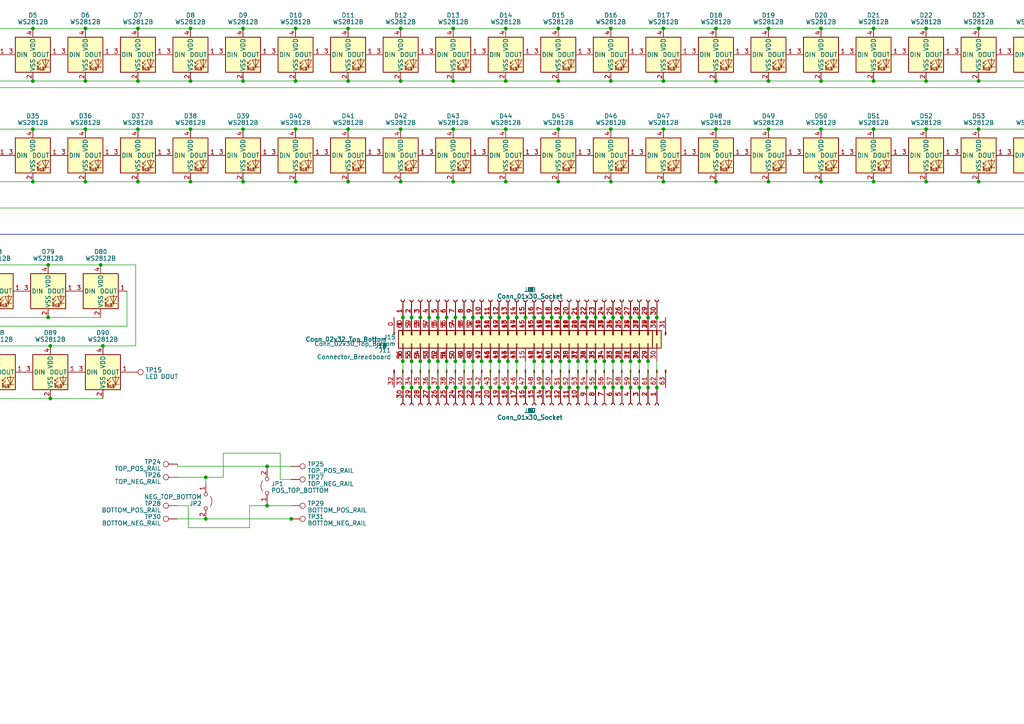
<source format=kicad_sch>
(kicad_sch (version 20221206) (generator eeschema)
  (paper "A4")
  (lib_symbols
    (symbol "Connector:Conn_01x30_Socket" (pin_names (offset 1.016) hide)
      (property "Reference" "J" (at 0 38.1 0))
      (property "Value" "Conn_01x30_Socket" (at 0 -40.64 0))
      (symbol "Conn_01x30_Socket_1_1"
        (pin passive line (at -5.08 35.56 0) (length 3.81) (name "Pin_1") (number "1"))
        (pin passive line (at -5.08 12.7 0) (length 3.81) (name "Pin_10") (number "10"))
        (pin passive line (at -5.08 10.16 0) (length 3.81) (name "Pin_11") (number "11"))
        (pin passive line (at -5.08 7.62 0) (length 3.81) (name "Pin_12") (number "12"))
        (pin passive line (at -5.08 5.08 0) (length 3.81) (name "Pin_13") (number "13"))
        (pin passive line (at -5.08 2.54 0) (length 3.81) (name "Pin_14") (number "14"))
        (pin passive line (at -5.08 0 0) (length 3.81) (name "Pin_15") (number "15"))
        (pin passive line (at -5.08 -2.54 0) (length 3.81) (name "Pin_16") (number "16"))
        (pin passive line (at -5.08 -5.08 0) (length 3.81) (name "Pin_17") (number "17"))
        (pin passive line (at -5.08 -7.62 0) (length 3.81) (name "Pin_18") (number "18"))
        (pin passive line (at -5.08 -10.16 0) (length 3.81) (name "Pin_19") (number "19"))
        (pin passive line (at -5.08 33.02 0) (length 3.81) (name "Pin_2") (number "2"))
        (pin passive line (at -5.08 -12.7 0) (length 3.81) (name "Pin_20") (number "20"))
        (pin passive line (at -5.08 -15.24 0) (length 3.81) (name "Pin_21") (number "21"))
        (pin passive line (at -5.08 -17.78 0) (length 3.81) (name "Pin_22") (number "22"))
        (pin passive line (at -5.08 -20.32 0) (length 3.81) (name "Pin_23") (number "23"))
        (pin passive line (at -5.08 -22.86 0) (length 3.81) (name "Pin_24") (number "24"))
        (pin passive line (at -5.08 -25.4 0) (length 3.81) (name "Pin_25") (number "25"))
        (pin passive line (at -5.08 -27.94 0) (length 3.81) (name "Pin_26") (number "26"))
        (pin passive line (at -5.08 -30.48 0) (length 3.81) (name "Pin_27") (number "27"))
        (pin passive line (at -5.08 -33.02 0) (length 3.81) (name "Pin_28") (number "28"))
        (pin passive line (at -5.08 -35.56 0) (length 3.81) (name "Pin_29") (number "29"))
        (pin passive line (at -5.08 30.48 0) (length 3.81) (name "Pin_3") (number "3"))
        (pin passive line (at -5.08 -38.1 0) (length 3.81) (name "Pin_30") (number "30"))
        (pin passive line (at -5.08 27.94 0) (length 3.81) (name "Pin_4") (number "4"))
        (pin passive line (at -5.08 25.4 0) (length 3.81) (name "Pin_5") (number "5"))
        (pin passive line (at -5.08 22.86 0) (length 3.81) (name "Pin_6") (number "6"))
        (pin passive line (at -5.08 20.32 0) (length 3.81) (name "Pin_7") (number "7"))
        (pin passive line (at -5.08 17.78 0) (length 3.81) (name "Pin_8") (number "8"))
        (pin passive line (at -5.08 15.24 0) (length 3.81) (name "Pin_9") (number "9"))
      )
    )
    (symbol "Connector_Generic:Conn_02x30_Counter_Clockwise" (pin_names (offset 1.016) hide)
      (property "Reference" "J" (at 1.27 38.1 0))
      (property "Value" "Conn_02x30_Counter_Clockwise" (at 1.27 -40.64 0))
      (symbol "Conn_02x30_Counter_Clockwise_1_1"
        (pin passive line (at -5.08 35.56 0) (length 3.81) (name "Pin_1") (number "1"))
        (pin passive line (at -5.08 12.7 0) (length 3.81) (name "Pin_10") (number "10"))
        (pin passive line (at -5.08 10.16 0) (length 3.81) (name "Pin_11") (number "11"))
        (pin passive line (at -5.08 7.62 0) (length 3.81) (name "Pin_12") (number "12"))
        (pin passive line (at -5.08 5.08 0) (length 3.81) (name "Pin_13") (number "13"))
        (pin passive line (at -5.08 2.54 0) (length 3.81) (name "Pin_14") (number "14"))
        (pin passive line (at -5.08 0 0) (length 3.81) (name "Pin_15") (number "15"))
        (pin passive line (at -5.08 -2.54 0) (length 3.81) (name "Pin_16") (number "16"))
        (pin passive line (at -5.08 -5.08 0) (length 3.81) (name "Pin_17") (number "17"))
        (pin passive line (at -5.08 -7.62 0) (length 3.81) (name "Pin_18") (number "18"))
        (pin passive line (at -5.08 -10.16 0) (length 3.81) (name "Pin_19") (number "19"))
        (pin passive line (at -5.08 33.02 0) (length 3.81) (name "Pin_2") (number "2"))
        (pin passive line (at -5.08 -12.7 0) (length 3.81) (name "Pin_20") (number "20"))
        (pin passive line (at -5.08 -15.24 0) (length 3.81) (name "Pin_21") (number "21"))
        (pin passive line (at -5.08 -17.78 0) (length 3.81) (name "Pin_22") (number "22"))
        (pin passive line (at -5.08 -20.32 0) (length 3.81) (name "Pin_23") (number "23"))
        (pin passive line (at -5.08 -22.86 0) (length 3.81) (name "Pin_24") (number "24"))
        (pin passive line (at -5.08 -25.4 0) (length 3.81) (name "Pin_25") (number "25"))
        (pin passive line (at -5.08 -27.94 0) (length 3.81) (name "Pin_26") (number "26"))
        (pin passive line (at -5.08 -30.48 0) (length 3.81) (name "Pin_27") (number "27"))
        (pin passive line (at -5.08 -33.02 0) (length 3.81) (name "Pin_28") (number "28"))
        (pin passive line (at -5.08 -35.56 0) (length 3.81) (name "Pin_29") (number "29"))
        (pin passive line (at -5.08 30.48 0) (length 3.81) (name "Pin_3") (number "3"))
        (pin passive line (at -5.08 -38.1 0) (length 3.81) (name "Pin_30") (number "30"))
        (pin passive line (at 7.62 -38.1 180) (length 3.81) (name "Pin_31") (number "31"))
        (pin passive line (at 7.62 -35.56 180) (length 3.81) (name "Pin_32") (number "32"))
        (pin passive line (at 7.62 -33.02 180) (length 3.81) (name "Pin_33") (number "33"))
        (pin passive line (at 7.62 -30.48 180) (length 3.81) (name "Pin_34") (number "34"))
        (pin passive line (at 7.62 -27.94 180) (length 3.81) (name "Pin_35") (number "35"))
        (pin passive line (at 7.62 -25.4 180) (length 3.81) (name "Pin_36") (number "36"))
        (pin passive line (at 7.62 -22.86 180) (length 3.81) (name "Pin_37") (number "37"))
        (pin passive line (at 7.62 -20.32 180) (length 3.81) (name "Pin_38") (number "38"))
        (pin passive line (at 7.62 -17.78 180) (length 3.81) (name "Pin_39") (number "39"))
        (pin passive line (at -5.08 27.94 0) (length 3.81) (name "Pin_4") (number "4"))
        (pin passive line (at 7.62 -15.24 180) (length 3.81) (name "Pin_40") (number "40"))
        (pin passive line (at 7.62 -12.7 180) (length 3.81) (name "Pin_41") (number "41"))
        (pin passive line (at 7.62 -10.16 180) (length 3.81) (name "Pin_42") (number "42"))
        (pin passive line (at 7.62 -7.62 180) (length 3.81) (name "Pin_43") (number "43"))
        (pin passive line (at 7.62 -5.08 180) (length 3.81) (name "Pin_44") (number "44"))
        (pin passive line (at 7.62 -2.54 180) (length 3.81) (name "Pin_45") (number "45"))
        (pin passive line (at 7.62 0 180) (length 3.81) (name "Pin_46") (number "46"))
        (pin passive line (at 7.62 2.54 180) (length 3.81) (name "Pin_47") (number "47"))
        (pin passive line (at 7.62 5.08 180) (length 3.81) (name "Pin_48") (number "48"))
        (pin passive line (at 7.62 7.62 180) (length 3.81) (name "Pin_49") (number "49"))
        (pin passive line (at -5.08 25.4 0) (length 3.81) (name "Pin_5") (number "5"))
        (pin passive line (at 7.62 10.16 180) (length 3.81) (name "Pin_50") (number "50"))
        (pin passive line (at 7.62 12.7 180) (length 3.81) (name "Pin_51") (number "51"))
        (pin passive line (at 7.62 15.24 180) (length 3.81) (name "Pin_52") (number "52"))
        (pin passive line (at 7.62 17.78 180) (length 3.81) (name "Pin_53") (number "53"))
        (pin passive line (at 7.62 20.32 180) (length 3.81) (name "Pin_54") (number "54"))
        (pin passive line (at 7.62 22.86 180) (length 3.81) (name "Pin_55") (number "55"))
        (pin passive line (at 7.62 25.4 180) (length 3.81) (name "Pin_56") (number "56"))
        (pin passive line (at 7.62 27.94 180) (length 3.81) (name "Pin_57") (number "57"))
        (pin passive line (at 7.62 30.48 180) (length 3.81) (name "Pin_58") (number "58"))
        (pin passive line (at 7.62 33.02 180) (length 3.81) (name "Pin_59") (number "59"))
        (pin passive line (at -5.08 22.86 0) (length 3.81) (name "Pin_6") (number "6"))
        (pin passive line (at 7.62 35.56 180) (length 3.81) (name "Pin_60") (number "60"))
        (pin passive line (at -5.08 20.32 0) (length 3.81) (name "Pin_7") (number "7"))
        (pin passive line (at -5.08 17.78 0) (length 3.81) (name "Pin_8") (number "8"))
        (pin passive line (at -5.08 15.24 0) (length 3.81) (name "Pin_9") (number "9"))
      )
    )
    (symbol "Connector_Generic:UNIVERSAL_QFP" (pin_names (offset 0) hide)
      (property "Reference" "U" (at 0 0 0))
      (symbol "UNIVERSAL_QFP_1_1"
        (pin passive line (at -6.35 35.56 0) (length 3.81) (name "Pin_1") (number "1"))
        (pin passive line (at -6.35 12.7 0) (length 3.81) (name "Pin_10") (number "10"))
        (pin passive line (at -6.35 10.16 0) (length 3.81) (name "Pin_11") (number "11"))
        (pin passive line (at -6.35 7.62 0) (length 3.81) (name "Pin_12") (number "12"))
        (pin passive line (at -6.35 5.08 0) (length 3.81) (name "Pin_13") (number "13"))
        (pin passive line (at -6.35 2.54 0) (length 3.81) (name "Pin_14") (number "14"))
        (pin passive line (at -6.35 -2.54 0) (length 3.81) (name "Pin_15") (number "15"))
        (pin passive line (at -6.35 -5.08 0) (length 3.81) (name "Pin_16") (number "16"))
        (pin passive line (at -6.35 -7.62 0) (length 3.81) (name "Pin_17") (number "17"))
        (pin passive line (at -6.35 -10.16 0) (length 3.81) (name "Pin_18") (number "18"))
        (pin passive line (at -6.35 -12.7 0) (length 3.81) (name "Pin_19") (number "19"))
        (pin passive line (at -6.35 33.02 0) (length 3.81) (name "Pin_2") (number "2"))
        (pin passive line (at -6.35 -15.24 0) (length 3.81) (name "Pin_20") (number "20"))
        (pin passive line (at -6.35 -17.78 0) (length 3.81) (name "Pin_21") (number "21"))
        (pin passive line (at -6.35 -20.32 0) (length 3.81) (name "Pin_22") (number "22"))
        (pin passive line (at -6.35 -22.86 0) (length 3.81) (name "Pin_23") (number "23"))
        (pin passive line (at -6.35 -25.4 0) (length 3.81) (name "Pin_24") (number "24"))
        (pin passive line (at -6.35 -27.94 0) (length 3.81) (name "Pin_25") (number "25"))
        (pin passive line (at -6.35 -30.48 0) (length 3.81) (name "Pin_26") (number "26"))
        (pin passive line (at -6.35 -33.02 0) (length 3.81) (name "Pin_27") (number "27"))
        (pin passive line (at -6.35 -35.56 0) (length 3.81) (name "Pin_28") (number "28"))
        (pin passive line (at 6.35 -35.56 180) (length 3.81) (name "Pin_29") (number "29"))
        (pin passive line (at -6.35 30.48 0) (length 3.81) (name "Pin_3") (number "3"))
        (pin passive line (at 6.35 -33.02 180) (length 3.81) (name "Pin_30") (number "30"))
        (pin passive line (at 6.35 -30.48 180) (length 3.81) (name "Pin_31") (number "31"))
        (pin passive line (at 6.35 -27.94 180) (length 3.81) (name "Pin_32") (number "32"))
        (pin passive line (at 6.35 -25.4 180) (length 3.81) (name "Pin_33") (number "33"))
        (pin passive line (at 6.35 -22.86 180) (length 3.81) (name "Pin_34") (number "34"))
        (pin passive line (at 6.35 -20.32 180) (length 3.81) (name "Pin_35") (number "35"))
        (pin passive line (at 6.35 -17.78 180) (length 3.81) (name "Pin_36") (number "36"))
        (pin passive line (at 6.35 -15.24 180) (length 3.81) (name "Pin_37") (number "37"))
        (pin passive line (at 6.35 -12.7 180) (length 3.81) (name "Pin_38") (number "38"))
        (pin passive line (at 6.35 -10.16 180) (length 3.81) (name "Pin_39") (number "39"))
        (pin passive line (at -6.35 27.94 0) (length 3.81) (name "Pin_4") (number "4"))
        (pin passive line (at 6.35 -7.62 180) (length 3.81) (name "Pin_40") (number "40"))
        (pin passive line (at 6.35 -5.08 180) (length 3.81) (name "Pin_41") (number "41"))
        (pin passive line (at 6.35 -2.54 180) (length 3.81) (name "Pin_42") (number "42"))
        (pin passive line (at 6.35 2.54 180) (length 3.81) (name "Pin_43") (number "43"))
        (pin passive line (at 6.35 5.08 180) (length 3.81) (name "Pin_44") (number "44"))
        (pin passive line (at 6.35 7.62 180) (length 3.81) (name "Pin_45") (number "45"))
        (pin passive line (at 6.35 10.16 180) (length 3.81) (name "Pin_46") (number "46"))
        (pin passive line (at 6.35 12.7 180) (length 3.81) (name "Pin_47") (number "47"))
        (pin passive line (at 6.35 15.24 180) (length 3.81) (name "Pin_48") (number "48"))
        (pin passive line (at 6.35 17.78 180) (length 3.81) (name "Pin_49") (number "49"))
        (pin passive line (at -6.35 25.4 0) (length 3.81) (name "Pin_5") (number "5"))
        (pin passive line (at 6.35 20.32 180) (length 3.81) (name "Pin_50") (number "50"))
        (pin passive line (at 6.35 22.86 180) (length 3.81) (name "Pin_51") (number "51"))
        (pin passive line (at 6.35 25.4 180) (length 3.81) (name "Pin_52") (number "52"))
        (pin passive line (at 6.35 27.94 180) (length 3.81) (name "Pin_53") (number "53"))
        (pin passive line (at 6.35 30.48 180) (length 3.81) (name "Pin_54") (number "54"))
        (pin passive line (at 6.35 33.02 180) (length 3.81) (name "Pin_55") (number "55"))
        (pin passive line (at 6.35 35.56 180) (length 3.81) (name "Pin_56") (number "56"))
        (pin passive line (at -6.35 22.86 0) (length 3.81) (name "Pin_6") (number "6"))
        (pin passive line (at -6.35 20.32 0) (length 3.81) (name "Pin_7") (number "7"))
        (pin passive line (at -6.35 17.78 0) (length 3.81) (name "Pin_8") (number "8"))
        (pin passive line (at -6.35 15.24 0) (length 3.81) (name "Pin_9") (number "9"))
      )
    )
    (symbol "GND_38" (power) (pin_names (offset 0))
      (property "Value" "GND_38" (at 0 -3.81 0))
      (symbol "GND_38_1_1"
        (pin power_in line (at 0 0 270) (length 0) hide (name "GND") (number "1"))
      )
    )
    (symbol "GND_7" (power) (pin_names (offset 0))
      (property "Value" "GND_7" (at 0 -3.81 0))
      (symbol "GND_7_1_1"
        (pin power_in line (at 0 0 270) (length 0) hide (name "GND") (number "1"))
      )
    )
    (symbol "Jumper:Jumper_2_Open" (pin_names (offset 0) hide)
      (property "Reference" "JP" (at 0 2.794 0))
      (property "Value" "Jumper_2_Open" (at 0 -2.286 0))
      (symbol "Jumper_2_Open_1_1"
        (pin passive line (at -5.08 0 0) (length 2.54) (name "A") (number "1"))
        (pin passive line (at 5.08 0 180) (length 2.54) (name "B") (number "2"))
      )
    )
    (symbol "JumperlessSymbols:Breadboard" (pin_names (offset 1.016) hide)
      (property "Reference" "J" (at 0 43.18 0))
      (property "Value" "Connector_Breadboard" (at 0 -43.18 0))
      (symbol "Breadboard_1_1"
        (pin passive line (at 5.08 40.64 180) (length 3.81) (name "Pin_0") (number "0"))
        (pin passive line (at 5.08 38.1 180) (length 3.81) (name "Pin_1") (number "1"))
        (pin passive line (at 5.08 15.24 180) (length 3.81) (name "Pin_10") (number "10"))
        (pin passive line (at 5.08 12.7 180) (length 3.81) (name "Pin_11") (number "11"))
        (pin passive line (at 5.08 10.16 180) (length 3.81) (name "Pin_12") (number "12"))
        (pin passive line (at 5.08 7.62 180) (length 3.81) (name "Pin_13") (number "13"))
        (pin passive line (at 5.08 5.08 180) (length 3.81) (name "Pin_14") (number "14"))
        (pin passive line (at 5.08 2.54 180) (length 3.81) (name "Pin_15") (number "15"))
        (pin passive line (at 5.08 0 180) (length 3.81) (name "Pin_16") (number "16"))
        (pin passive line (at 5.08 -2.54 180) (length 3.81) (name "Pin_17") (number "17"))
        (pin passive line (at 5.08 -5.08 180) (length 3.81) (name "Pin_18") (number "18"))
        (pin passive line (at 5.08 -7.62 180) (length 3.81) (name "Pin_19") (number "19"))
        (pin passive line (at 5.08 35.56 180) (length 3.81) (name "Pin_2") (number "2"))
        (pin passive line (at 5.08 -10.16 180) (length 3.81) (name "Pin_20") (number "20"))
        (pin passive line (at 5.08 -12.7 180) (length 3.81) (name "Pin_21") (number "21"))
        (pin passive line (at 5.08 -15.24 180) (length 3.81) (name "Pin_22") (number "22"))
        (pin passive line (at 5.08 -17.78 180) (length 3.81) (name "Pin_23") (number "23"))
        (pin passive line (at 5.08 -20.32 180) (length 3.81) (name "Pin_24") (number "24"))
        (pin passive line (at 5.08 -22.86 180) (length 3.81) (name "Pin_25") (number "25"))
        (pin passive line (at 5.08 -25.4 180) (length 3.81) (name "Pin_26") (number "26"))
        (pin passive line (at 5.08 -27.94 180) (length 3.81) (name "Pin_27") (number "27"))
        (pin passive line (at 5.08 -30.48 180) (length 3.81) (name "Pin_28") (number "28"))
        (pin passive line (at 5.08 -33.02 180) (length 3.81) (name "Pin_29") (number "29"))
        (pin passive line (at 5.08 33.02 180) (length 3.81) (name "Pin_3") (number "3"))
        (pin passive line (at 5.08 -35.56 180) (length 3.81) (name "Pin_30") (number "30"))
        (pin passive line (at 5.08 -38.1 180) (length 3.81) (name "Pin_31") (number "31"))
        (pin passive line (at -15.24 40.64 0) (length 3.81) (name "Pin_0") (number "32"))
        (pin passive line (at -15.24 38.1 0) (length 3.81) (name "Pin_1") (number "33"))
        (pin passive line (at -15.24 35.56 0) (length 3.81) (name "Pin_2") (number "34"))
        (pin passive line (at -15.24 33.02 0) (length 3.81) (name "Pin_3") (number "35"))
        (pin passive line (at -15.24 30.48 0) (length 3.81) (name "Pin_4") (number "36"))
        (pin passive line (at -15.24 27.94 0) (length 3.81) (name "Pin_5") (number "37"))
        (pin passive line (at -15.24 25.4 0) (length 3.81) (name "Pin_6") (number "38"))
        (pin passive line (at -15.24 22.86 0) (length 3.81) (name "Pin_7") (number "39"))
        (pin passive line (at 5.08 30.48 180) (length 3.81) (name "Pin_4") (number "4"))
        (pin passive line (at -15.24 20.32 0) (length 3.81) (name "Pin_8") (number "40"))
        (pin passive line (at -15.24 17.78 0) (length 3.81) (name "Pin_9") (number "41"))
        (pin passive line (at -15.24 15.24 0) (length 3.81) (name "Pin_10") (number "42"))
        (pin passive line (at -15.24 12.7 0) (length 3.81) (name "Pin_11") (number "43"))
        (pin passive line (at -15.24 10.16 0) (length 3.81) (name "Pin_12") (number "44"))
        (pin passive line (at -15.24 7.62 0) (length 3.81) (name "Pin_13") (number "45"))
        (pin passive line (at -15.24 5.08 0) (length 3.81) (name "Pin_14") (number "46"))
        (pin passive line (at -15.24 2.54 0) (length 3.81) (name "Pin_15") (number "47"))
        (pin passive line (at -15.24 0 0) (length 3.81) (name "Pin_16") (number "48"))
        (pin passive line (at -15.24 -2.54 0) (length 3.81) (name "Pin_17") (number "49"))
        (pin passive line (at 5.08 27.94 180) (length 3.81) (name "Pin_5") (number "5"))
        (pin passive line (at -15.24 -5.08 0) (length 3.81) (name "Pin_18") (number "50"))
        (pin passive line (at -15.24 -7.62 0) (length 3.81) (name "Pin_19") (number "51"))
        (pin passive line (at -15.24 -10.16 0) (length 3.81) (name "Pin_20") (number "52"))
        (pin passive line (at -15.24 -12.7 0) (length 3.81) (name "Pin_21") (number "53"))
        (pin passive line (at -15.24 -15.24 0) (length 3.81) (name "Pin_22") (number "54"))
        (pin passive line (at -15.24 -17.78 0) (length 3.81) (name "Pin_23") (number "55"))
        (pin passive line (at -15.24 -20.32 0) (length 3.81) (name "Pin_24") (number "56"))
        (pin passive line (at -15.24 -22.86 0) (length 3.81) (name "Pin_25") (number "57"))
        (pin passive line (at -15.24 -25.4 0) (length 3.81) (name "Pin_26") (number "58"))
        (pin passive line (at -15.24 -27.94 0) (length 3.81) (name "Pin_27") (number "59"))
        (pin passive line (at 5.08 25.4 180) (length 3.81) (name "Pin_6") (number "6"))
        (pin passive line (at -15.24 -30.48 0) (length 3.81) (name "Pin_28") (number "60"))
        (pin passive line (at -15.24 -33.02 0) (length 3.81) (name "Pin_29") (number "61"))
        (pin passive line (at -15.24 -35.56 0) (length 3.81) (name "Pin_30") (number "62"))
        (pin passive line (at -15.24 -38.1 0) (length 3.81) (name "Pin_31") (number "63"))
        (pin passive line (at 5.08 22.86 180) (length 3.81) (name "Pin_7") (number "7"))
        (pin passive line (at 5.08 20.32 180) (length 3.81) (name "Pin_8") (number "8"))
        (pin passive line (at 5.08 17.78 180) (length 3.81) (name "Pin_9") (number "9"))
      )
    )
    (symbol "JumperlessSymbols:TestPoint" (pin_numbers hide) (pin_names (offset 0.762) hide)
      (property "Reference" "TP" (at 0 6.858 0))
      (property "Value" "TestPoint" (at 0 5.08 0))
      (symbol "TestPoint_1_1"
        (pin passive line (at 0 0 90) (length 2.54) (name "1") (number "1"))
      )
    )
    (symbol "JumperlessSymbols:WS2812B" (pin_names (offset 0.254))
      (property "Reference" "D" (at 5.08 5.715 0))
      (property "Value" "WS2812B" (at 1.27 -5.715 0))
      (symbol "WS2812B_0_0"
        (text "RGB" (at 2.286 -4.191 0) (effects (font (size 0.762 0.762))))
      )
      (symbol "WS2812B_1_1"
        (pin output line (at 7.62 0 180) (length 2.54) (name "DOUT") (number "1"))
        (pin power_in line (at 0 -7.62 90) (length 2.54) (name "VSS") (number "2"))
        (pin input line (at -7.62 0 0) (length 2.54) (name "DIN") (number "3"))
        (pin power_in line (at 0 7.62 270) (length 2.54) (name "VDD") (number "4"))
      )
    )
    (symbol "JumperlessSymbols:WS2812B_1" (pin_names (offset 0.254))
      (property "Reference" "D" (at 5.08 5.715 0))
      (property "Value" "WS2812B" (at 1.27 -5.715 0))
      (symbol "WS2812B_1_0_0"
        (text "RGB" (at 2.286 -4.191 0) (effects (font (size 0.762 0.762))))
      )
      (symbol "WS2812B_1_1_1"
        (pin output line (at 7.62 0 180) (length 2.54) (name "DOUT") (number "1"))
        (pin power_in line (at 0 -7.62 90) (length 2.54) (name "VSS") (number "2"))
        (pin input line (at -7.62 0 0) (length 2.54) (name "DIN") (number "3"))
        (pin power_in line (at 0 7.62 270) (length 2.54) (name "VDD") (number "4"))
      )
    )
    (symbol "JumperlessSymbols:WS2812B_10" (pin_names (offset 0.254))
      (property "Reference" "D" (at 5.08 5.715 0))
      (property "Value" "WS2812B" (at 1.27 -5.715 0))
      (symbol "WS2812B_10_0_0"
        (text "RGB" (at 2.286 -4.191 0) (effects (font (size 0.762 0.762))))
      )
      (symbol "WS2812B_10_1_1"
        (pin output line (at 7.62 0 180) (length 2.54) (name "DOUT") (number "1"))
        (pin power_in line (at 0 -7.62 90) (length 2.54) (name "VSS") (number "2"))
        (pin input line (at -7.62 0 0) (length 2.54) (name "DIN") (number "3"))
        (pin power_in line (at 0 7.62 270) (length 2.54) (name "VDD") (number "4"))
      )
    )
    (symbol "JumperlessSymbols:WS2812B_11" (pin_names (offset 0.254))
      (property "Reference" "D" (at 5.08 5.715 0))
      (property "Value" "WS2812B" (at 1.27 -5.715 0))
      (symbol "WS2812B_11_0_0"
        (text "RGB" (at 2.286 -4.191 0) (effects (font (size 0.762 0.762))))
      )
      (symbol "WS2812B_11_1_1"
        (pin output line (at 7.62 0 180) (length 2.54) (name "DOUT") (number "1"))
        (pin power_in line (at 0 -7.62 90) (length 2.54) (name "VSS") (number "2"))
        (pin input line (at -7.62 0 0) (length 2.54) (name "DIN") (number "3"))
        (pin power_in line (at 0 7.62 270) (length 2.54) (name "VDD") (number "4"))
      )
    )
    (symbol "JumperlessSymbols:WS2812B_12" (pin_names (offset 0.254))
      (property "Reference" "D" (at 5.08 5.715 0))
      (property "Value" "WS2812B" (at 1.27 -5.715 0))
      (symbol "WS2812B_12_0_0"
        (text "RGB" (at 2.286 -4.191 0) (effects (font (size 0.762 0.762))))
      )
      (symbol "WS2812B_12_1_1"
        (pin output line (at 7.62 0 180) (length 2.54) (name "DOUT") (number "1"))
        (pin power_in line (at 0 -7.62 90) (length 2.54) (name "VSS") (number "2"))
        (pin input line (at -7.62 0 0) (length 2.54) (name "DIN") (number "3"))
        (pin power_in line (at 0 7.62 270) (length 2.54) (name "VDD") (number "4"))
      )
    )
    (symbol "JumperlessSymbols:WS2812B_13" (pin_names (offset 0.254))
      (property "Reference" "D" (at 5.08 5.715 0))
      (property "Value" "WS2812B" (at 1.27 -5.715 0))
      (symbol "WS2812B_13_0_0"
        (text "RGB" (at 2.286 -4.191 0) (effects (font (size 0.762 0.762))))
      )
      (symbol "WS2812B_13_1_1"
        (pin output line (at 7.62 0 180) (length 2.54) (name "DOUT") (number "1"))
        (pin power_in line (at 0 -7.62 90) (length 2.54) (name "VSS") (number "2"))
        (pin input line (at -7.62 0 0) (length 2.54) (name "DIN") (number "3"))
        (pin power_in line (at 0 7.62 270) (length 2.54) (name "VDD") (number "4"))
      )
    )
    (symbol "JumperlessSymbols:WS2812B_14" (pin_names (offset 0.254))
      (property "Reference" "D" (at 5.08 5.715 0))
      (property "Value" "WS2812B" (at 1.27 -5.715 0))
      (symbol "WS2812B_14_0_0"
        (text "RGB" (at 2.286 -4.191 0) (effects (font (size 0.762 0.762))))
      )
      (symbol "WS2812B_14_1_1"
        (pin output line (at 7.62 0 180) (length 2.54) (name "DOUT") (number "1"))
        (pin power_in line (at 0 -7.62 90) (length 2.54) (name "VSS") (number "2"))
        (pin input line (at -7.62 0 0) (length 2.54) (name "DIN") (number "3"))
        (pin power_in line (at 0 7.62 270) (length 2.54) (name "VDD") (number "4"))
      )
    )
    (symbol "JumperlessSymbols:WS2812B_15" (pin_names (offset 0.254))
      (property "Reference" "D" (at 5.08 5.715 0))
      (property "Value" "WS2812B" (at 1.27 -5.715 0))
      (symbol "WS2812B_15_0_0"
        (text "RGB" (at 2.286 -4.191 0) (effects (font (size 0.762 0.762))))
      )
      (symbol "WS2812B_15_1_1"
        (pin output line (at 7.62 0 180) (length 2.54) (name "DOUT") (number "1"))
        (pin power_in line (at 0 -7.62 90) (length 2.54) (name "VSS") (number "2"))
        (pin input line (at -7.62 0 0) (length 2.54) (name "DIN") (number "3"))
        (pin power_in line (at 0 7.62 270) (length 2.54) (name "VDD") (number "4"))
      )
    )
    (symbol "JumperlessSymbols:WS2812B_16" (pin_names (offset 0.254))
      (property "Reference" "D" (at 5.08 5.715 0))
      (property "Value" "WS2812B" (at 1.27 -5.715 0))
      (symbol "WS2812B_16_0_0"
        (text "RGB" (at 2.286 -4.191 0) (effects (font (size 0.762 0.762))))
      )
      (symbol "WS2812B_16_1_1"
        (pin output line (at 7.62 0 180) (length 2.54) (name "DOUT") (number "1"))
        (pin power_in line (at 0 -7.62 90) (length 2.54) (name "VSS") (number "2"))
        (pin input line (at -7.62 0 0) (length 2.54) (name "DIN") (number "3"))
        (pin power_in line (at 0 7.62 270) (length 2.54) (name "VDD") (number "4"))
      )
    )
    (symbol "JumperlessSymbols:WS2812B_17" (pin_names (offset 0.254))
      (property "Reference" "D" (at 5.08 5.715 0))
      (property "Value" "WS2812B" (at 1.27 -5.715 0))
      (symbol "WS2812B_17_0_0"
        (text "RGB" (at 2.286 -4.191 0) (effects (font (size 0.762 0.762))))
      )
      (symbol "WS2812B_17_1_1"
        (pin output line (at 7.62 0 180) (length 2.54) (name "DOUT") (number "1"))
        (pin power_in line (at 0 -7.62 90) (length 2.54) (name "VSS") (number "2"))
        (pin input line (at -7.62 0 0) (length 2.54) (name "DIN") (number "3"))
        (pin power_in line (at 0 7.62 270) (length 2.54) (name "VDD") (number "4"))
      )
    )
    (symbol "JumperlessSymbols:WS2812B_18" (pin_names (offset 0.254))
      (property "Reference" "D" (at 5.08 5.715 0))
      (property "Value" "WS2812B" (at 1.27 -5.715 0))
      (symbol "WS2812B_18_0_0"
        (text "RGB" (at 2.286 -4.191 0) (effects (font (size 0.762 0.762))))
      )
      (symbol "WS2812B_18_1_1"
        (pin output line (at 7.62 0 180) (length 2.54) (name "DOUT") (number "1"))
        (pin power_in line (at 0 -7.62 90) (length 2.54) (name "VSS") (number "2"))
        (pin input line (at -7.62 0 0) (length 2.54) (name "DIN") (number "3"))
        (pin power_in line (at 0 7.62 270) (length 2.54) (name "VDD") (number "4"))
      )
    )
    (symbol "JumperlessSymbols:WS2812B_19" (pin_names (offset 0.254))
      (property "Reference" "D" (at 5.08 5.715 0))
      (property "Value" "WS2812B" (at 1.27 -5.715 0))
      (symbol "WS2812B_19_0_0"
        (text "RGB" (at 2.286 -4.191 0) (effects (font (size 0.762 0.762))))
      )
      (symbol "WS2812B_19_1_1"
        (pin output line (at 7.62 0 180) (length 2.54) (name "DOUT") (number "1"))
        (pin power_in line (at 0 -7.62 90) (length 2.54) (name "VSS") (number "2"))
        (pin input line (at -7.62 0 0) (length 2.54) (name "DIN") (number "3"))
        (pin power_in line (at 0 7.62 270) (length 2.54) (name "VDD") (number "4"))
      )
    )
    (symbol "JumperlessSymbols:WS2812B_2" (pin_names (offset 0.254))
      (property "Reference" "D" (at 5.08 5.715 0))
      (property "Value" "WS2812B" (at 1.27 -5.715 0))
      (symbol "WS2812B_2_0_0"
        (text "RGB" (at 2.286 -4.191 0) (effects (font (size 0.762 0.762))))
      )
      (symbol "WS2812B_2_1_1"
        (pin output line (at 7.62 0 180) (length 2.54) (name "DOUT") (number "1"))
        (pin power_in line (at 0 -7.62 90) (length 2.54) (name "VSS") (number "2"))
        (pin input line (at -7.62 0 0) (length 2.54) (name "DIN") (number "3"))
        (pin power_in line (at 0 7.62 270) (length 2.54) (name "VDD") (number "4"))
      )
    )
    (symbol "JumperlessSymbols:WS2812B_20" (pin_names (offset 0.254))
      (property "Reference" "D" (at 5.08 5.715 0))
      (property "Value" "WS2812B" (at 1.27 -5.715 0))
      (symbol "WS2812B_20_0_0"
        (text "RGB" (at 2.286 -4.191 0) (effects (font (size 0.762 0.762))))
      )
      (symbol "WS2812B_20_1_1"
        (pin output line (at 7.62 0 180) (length 2.54) (name "DOUT") (number "1"))
        (pin power_in line (at 0 -7.62 90) (length 2.54) (name "VSS") (number "2"))
        (pin input line (at -7.62 0 0) (length 2.54) (name "DIN") (number "3"))
        (pin power_in line (at 0 7.62 270) (length 2.54) (name "VDD") (number "4"))
      )
    )
    (symbol "JumperlessSymbols:WS2812B_21" (pin_names (offset 0.254))
      (property "Reference" "D" (at 5.08 5.715 0))
      (property "Value" "WS2812B" (at 1.27 -5.715 0))
      (symbol "WS2812B_21_0_0"
        (text "RGB" (at 2.286 -4.191 0) (effects (font (size 0.762 0.762))))
      )
      (symbol "WS2812B_21_1_1"
        (pin output line (at 7.62 0 180) (length 2.54) (name "DOUT") (number "1"))
        (pin power_in line (at 0 -7.62 90) (length 2.54) (name "VSS") (number "2"))
        (pin input line (at -7.62 0 0) (length 2.54) (name "DIN") (number "3"))
        (pin power_in line (at 0 7.62 270) (length 2.54) (name "VDD") (number "4"))
      )
    )
    (symbol "JumperlessSymbols:WS2812B_22" (pin_names (offset 0.254))
      (property "Reference" "D" (at 5.08 5.715 0))
      (property "Value" "WS2812B" (at 1.27 -5.715 0))
      (symbol "WS2812B_22_0_0"
        (text "RGB" (at 2.286 -4.191 0) (effects (font (size 0.762 0.762))))
      )
      (symbol "WS2812B_22_1_1"
        (pin output line (at 7.62 0 180) (length 2.54) (name "DOUT") (number "1"))
        (pin power_in line (at 0 -7.62 90) (length 2.54) (name "VSS") (number "2"))
        (pin input line (at -7.62 0 0) (length 2.54) (name "DIN") (number "3"))
        (pin power_in line (at 0 7.62 270) (length 2.54) (name "VDD") (number "4"))
      )
    )
    (symbol "JumperlessSymbols:WS2812B_23" (pin_names (offset 0.254))
      (property "Reference" "D" (at 5.08 5.715 0))
      (property "Value" "WS2812B" (at 1.27 -5.715 0))
      (symbol "WS2812B_23_0_0"
        (text "RGB" (at 2.286 -4.191 0) (effects (font (size 0.762 0.762))))
      )
      (symbol "WS2812B_23_1_1"
        (pin output line (at 7.62 0 180) (length 2.54) (name "DOUT") (number "1"))
        (pin power_in line (at 0 -7.62 90) (length 2.54) (name "VSS") (number "2"))
        (pin input line (at -7.62 0 0) (length 2.54) (name "DIN") (number "3"))
        (pin power_in line (at 0 7.62 270) (length 2.54) (name "VDD") (number "4"))
      )
    )
    (symbol "JumperlessSymbols:WS2812B_24" (pin_names (offset 0.254))
      (property "Reference" "D" (at 5.08 5.715 0))
      (property "Value" "WS2812B" (at 1.27 -5.715 0))
      (symbol "WS2812B_24_0_0"
        (text "RGB" (at 2.286 -4.191 0) (effects (font (size 0.762 0.762))))
      )
      (symbol "WS2812B_24_1_1"
        (pin output line (at 7.62 0 180) (length 2.54) (name "DOUT") (number "1"))
        (pin power_in line (at 0 -7.62 90) (length 2.54) (name "VSS") (number "2"))
        (pin input line (at -7.62 0 0) (length 2.54) (name "DIN") (number "3"))
        (pin power_in line (at 0 7.62 270) (length 2.54) (name "VDD") (number "4"))
      )
    )
    (symbol "JumperlessSymbols:WS2812B_25" (pin_names (offset 0.254))
      (property "Reference" "D" (at 5.08 5.715 0))
      (property "Value" "WS2812B" (at 1.27 -5.715 0))
      (symbol "WS2812B_25_0_0"
        (text "RGB" (at 2.286 -4.191 0) (effects (font (size 0.762 0.762))))
      )
      (symbol "WS2812B_25_1_1"
        (pin output line (at 7.62 0 180) (length 2.54) (name "DOUT") (number "1"))
        (pin power_in line (at 0 -7.62 90) (length 2.54) (name "VSS") (number "2"))
        (pin input line (at -7.62 0 0) (length 2.54) (name "DIN") (number "3"))
        (pin power_in line (at 0 7.62 270) (length 2.54) (name "VDD") (number "4"))
      )
    )
    (symbol "JumperlessSymbols:WS2812B_26" (pin_names (offset 0.254))
      (property "Reference" "D" (at 5.08 5.715 0))
      (property "Value" "WS2812B" (at 1.27 -5.715 0))
      (symbol "WS2812B_26_0_0"
        (text "RGB" (at 2.286 -4.191 0) (effects (font (size 0.762 0.762))))
      )
      (symbol "WS2812B_26_1_1"
        (pin output line (at 7.62 0 180) (length 2.54) (name "DOUT") (number "1"))
        (pin power_in line (at 0 -7.62 90) (length 2.54) (name "VSS") (number "2"))
        (pin input line (at -7.62 0 0) (length 2.54) (name "DIN") (number "3"))
        (pin power_in line (at 0 7.62 270) (length 2.54) (name "VDD") (number "4"))
      )
    )
    (symbol "JumperlessSymbols:WS2812B_27" (pin_names (offset 0.254))
      (property "Reference" "D" (at 5.08 5.715 0))
      (property "Value" "WS2812B" (at 1.27 -5.715 0))
      (symbol "WS2812B_27_0_0"
        (text "RGB" (at 2.286 -4.191 0) (effects (font (size 0.762 0.762))))
      )
      (symbol "WS2812B_27_1_1"
        (pin output line (at 7.62 0 180) (length 2.54) (name "DOUT") (number "1"))
        (pin power_in line (at 0 -7.62 90) (length 2.54) (name "VSS") (number "2"))
        (pin input line (at -7.62 0 0) (length 2.54) (name "DIN") (number "3"))
        (pin power_in line (at 0 7.62 270) (length 2.54) (name "VDD") (number "4"))
      )
    )
    (symbol "JumperlessSymbols:WS2812B_28" (pin_names (offset 0.254))
      (property "Reference" "D" (at 5.08 5.715 0))
      (property "Value" "WS2812B" (at 1.27 -5.715 0))
      (symbol "WS2812B_28_0_0"
        (text "RGB" (at 2.286 -4.191 0) (effects (font (size 0.762 0.762))))
      )
      (symbol "WS2812B_28_1_1"
        (pin output line (at 7.62 0 180) (length 2.54) (name "DOUT") (number "1"))
        (pin power_in line (at 0 -7.62 90) (length 2.54) (name "VSS") (number "2"))
        (pin input line (at -7.62 0 0) (length 2.54) (name "DIN") (number "3"))
        (pin power_in line (at 0 7.62 270) (length 2.54) (name "VDD") (number "4"))
      )
    )
    (symbol "JumperlessSymbols:WS2812B_29" (pin_names (offset 0.254))
      (property "Reference" "D" (at 5.08 5.715 0))
      (property "Value" "WS2812B" (at 1.27 -5.715 0))
      (symbol "WS2812B_29_0_0"
        (text "RGB" (at 2.286 -4.191 0) (effects (font (size 0.762 0.762))))
      )
      (symbol "WS2812B_29_1_1"
        (pin output line (at 7.62 0 180) (length 2.54) (name "DOUT") (number "1"))
        (pin power_in line (at 0 -7.62 90) (length 2.54) (name "VSS") (number "2"))
        (pin input line (at -7.62 0 0) (length 2.54) (name "DIN") (number "3"))
        (pin power_in line (at 0 7.62 270) (length 2.54) (name "VDD") (number "4"))
      )
    )
    (symbol "JumperlessSymbols:WS2812B_3" (pin_names (offset 0.254))
      (property "Reference" "D" (at 5.08 5.715 0))
      (property "Value" "WS2812B" (at 1.27 -5.715 0))
      (symbol "WS2812B_3_0_0"
        (text "RGB" (at 2.286 -4.191 0) (effects (font (size 0.762 0.762))))
      )
      (symbol "WS2812B_3_1_1"
        (pin output line (at 7.62 0 180) (length 2.54) (name "DOUT") (number "1"))
        (pin power_in line (at 0 -7.62 90) (length 2.54) (name "VSS") (number "2"))
        (pin input line (at -7.62 0 0) (length 2.54) (name "DIN") (number "3"))
        (pin power_in line (at 0 7.62 270) (length 2.54) (name "VDD") (number "4"))
      )
    )
    (symbol "JumperlessSymbols:WS2812B_30" (pin_names (offset 0.254))
      (property "Reference" "D" (at 5.08 5.715 0))
      (property "Value" "WS2812B" (at 1.27 -5.715 0))
      (symbol "WS2812B_30_0_0"
        (text "RGB" (at 2.286 -4.191 0) (effects (font (size 0.762 0.762))))
      )
      (symbol "WS2812B_30_1_1"
        (pin output line (at 7.62 0 180) (length 2.54) (name "DOUT") (number "1"))
        (pin power_in line (at 0 -7.62 90) (length 2.54) (name "VSS") (number "2"))
        (pin input line (at -7.62 0 0) (length 2.54) (name "DIN") (number "3"))
        (pin power_in line (at 0 7.62 270) (length 2.54) (name "VDD") (number "4"))
      )
    )
    (symbol "JumperlessSymbols:WS2812B_31" (pin_names (offset 0.254))
      (property "Reference" "D" (at 5.08 5.715 0))
      (property "Value" "WS2812B" (at 1.27 -5.715 0))
      (symbol "WS2812B_31_0_0"
        (text "RGB" (at 2.286 -4.191 0) (effects (font (size 0.762 0.762))))
      )
      (symbol "WS2812B_31_1_1"
        (pin output line (at 7.62 0 180) (length 2.54) (name "DOUT") (number "1"))
        (pin power_in line (at 0 -7.62 90) (length 2.54) (name "VSS") (number "2"))
        (pin input line (at -7.62 0 0) (length 2.54) (name "DIN") (number "3"))
        (pin power_in line (at 0 7.62 270) (length 2.54) (name "VDD") (number "4"))
      )
    )
    (symbol "JumperlessSymbols:WS2812B_32" (pin_names (offset 0.254))
      (property "Reference" "D" (at 5.08 5.715 0))
      (property "Value" "WS2812B" (at 1.27 -5.715 0))
      (symbol "WS2812B_32_0_0"
        (text "RGB" (at 2.286 -4.191 0) (effects (font (size 0.762 0.762))))
      )
      (symbol "WS2812B_32_1_1"
        (pin output line (at 7.62 0 180) (length 2.54) (name "DOUT") (number "1"))
        (pin power_in line (at 0 -7.62 90) (length 2.54) (name "VSS") (number "2"))
        (pin input line (at -7.62 0 0) (length 2.54) (name "DIN") (number "3"))
        (pin power_in line (at 0 7.62 270) (length 2.54) (name "VDD") (number "4"))
      )
    )
    (symbol "JumperlessSymbols:WS2812B_33" (pin_names (offset 0.254))
      (property "Reference" "D" (at 5.08 5.715 0))
      (property "Value" "WS2812B" (at 1.27 -5.715 0))
      (symbol "WS2812B_33_0_0"
        (text "RGB" (at 2.286 -4.191 0) (effects (font (size 0.762 0.762))))
      )
      (symbol "WS2812B_33_1_1"
        (pin output line (at 7.62 0 180) (length 2.54) (name "DOUT") (number "1"))
        (pin power_in line (at 0 -7.62 90) (length 2.54) (name "VSS") (number "2"))
        (pin input line (at -7.62 0 0) (length 2.54) (name "DIN") (number "3"))
        (pin power_in line (at 0 7.62 270) (length 2.54) (name "VDD") (number "4"))
      )
    )
    (symbol "JumperlessSymbols:WS2812B_34" (pin_names (offset 0.254))
      (property "Reference" "D" (at 5.08 5.715 0))
      (property "Value" "WS2812B" (at 1.27 -5.715 0))
      (symbol "WS2812B_34_0_0"
        (text "RGB" (at 2.286 -4.191 0) (effects (font (size 0.762 0.762))))
      )
      (symbol "WS2812B_34_1_1"
        (pin output line (at 7.62 0 180) (length 2.54) (name "DOUT") (number "1"))
        (pin power_in line (at 0 -7.62 90) (length 2.54) (name "VSS") (number "2"))
        (pin input line (at -7.62 0 0) (length 2.54) (name "DIN") (number "3"))
        (pin power_in line (at 0 7.62 270) (length 2.54) (name "VDD") (number "4"))
      )
    )
    (symbol "JumperlessSymbols:WS2812B_35" (pin_names (offset 0.254))
      (property "Reference" "D" (at 5.08 5.715 0))
      (property "Value" "WS2812B" (at 1.27 -5.715 0))
      (symbol "WS2812B_35_0_0"
        (text "RGB" (at 2.286 -4.191 0) (effects (font (size 0.762 0.762))))
      )
      (symbol "WS2812B_35_1_1"
        (pin output line (at 7.62 0 180) (length 2.54) (name "DOUT") (number "1"))
        (pin power_in line (at 0 -7.62 90) (length 2.54) (name "VSS") (number "2"))
        (pin input line (at -7.62 0 0) (length 2.54) (name "DIN") (number "3"))
        (pin power_in line (at 0 7.62 270) (length 2.54) (name "VDD") (number "4"))
      )
    )
    (symbol "JumperlessSymbols:WS2812B_36" (pin_names (offset 0.254))
      (property "Reference" "D" (at 5.08 5.715 0))
      (property "Value" "WS2812B" (at 1.27 -5.715 0))
      (symbol "WS2812B_36_0_0"
        (text "RGB" (at 2.286 -4.191 0) (effects (font (size 0.762 0.762))))
      )
      (symbol "WS2812B_36_1_1"
        (pin output line (at 7.62 0 180) (length 2.54) (name "DOUT") (number "1"))
        (pin power_in line (at 0 -7.62 90) (length 2.54) (name "VSS") (number "2"))
        (pin input line (at -7.62 0 0) (length 2.54) (name "DIN") (number "3"))
        (pin power_in line (at 0 7.62 270) (length 2.54) (name "VDD") (number "4"))
      )
    )
    (symbol "JumperlessSymbols:WS2812B_37" (pin_names (offset 0.254))
      (property "Reference" "D" (at 5.08 5.715 0))
      (property "Value" "WS2812B" (at 1.27 -5.715 0))
      (symbol "WS2812B_37_0_0"
        (text "RGB" (at 2.286 -4.191 0) (effects (font (size 0.762 0.762))))
      )
      (symbol "WS2812B_37_1_1"
        (pin output line (at 7.62 0 180) (length 2.54) (name "DOUT") (number "1"))
        (pin power_in line (at 0 -7.62 90) (length 2.54) (name "VSS") (number "2"))
        (pin input line (at -7.62 0 0) (length 2.54) (name "DIN") (number "3"))
        (pin power_in line (at 0 7.62 270) (length 2.54) (name "VDD") (number "4"))
      )
    )
    (symbol "JumperlessSymbols:WS2812B_38" (pin_names (offset 0.254))
      (property "Reference" "D" (at 5.08 5.715 0))
      (property "Value" "WS2812B" (at 1.27 -5.715 0))
      (symbol "WS2812B_38_0_0"
        (text "RGB" (at 2.286 -4.191 0) (effects (font (size 0.762 0.762))))
      )
      (symbol "WS2812B_38_1_1"
        (pin output line (at 7.62 0 180) (length 2.54) (name "DOUT") (number "1"))
        (pin power_in line (at 0 -7.62 90) (length 2.54) (name "VSS") (number "2"))
        (pin input line (at -7.62 0 0) (length 2.54) (name "DIN") (number "3"))
        (pin power_in line (at 0 7.62 270) (length 2.54) (name "VDD") (number "4"))
      )
    )
    (symbol "JumperlessSymbols:WS2812B_39" (pin_names (offset 0.254))
      (property "Reference" "D" (at 5.08 5.715 0))
      (property "Value" "WS2812B" (at 1.27 -5.715 0))
      (symbol "WS2812B_39_0_0"
        (text "RGB" (at 2.286 -4.191 0) (effects (font (size 0.762 0.762))))
      )
      (symbol "WS2812B_39_1_1"
        (pin output line (at 7.62 0 180) (length 2.54) (name "DOUT") (number "1"))
        (pin power_in line (at 0 -7.62 90) (length 2.54) (name "VSS") (number "2"))
        (pin input line (at -7.62 0 0) (length 2.54) (name "DIN") (number "3"))
        (pin power_in line (at 0 7.62 270) (length 2.54) (name "VDD") (number "4"))
      )
    )
    (symbol "JumperlessSymbols:WS2812B_4" (pin_names (offset 0.254))
      (property "Reference" "D" (at 5.08 5.715 0))
      (property "Value" "WS2812B" (at 1.27 -5.715 0))
      (symbol "WS2812B_4_0_0"
        (text "RGB" (at 2.286 -4.191 0) (effects (font (size 0.762 0.762))))
      )
      (symbol "WS2812B_4_1_1"
        (pin output line (at 7.62 0 180) (length 2.54) (name "DOUT") (number "1"))
        (pin power_in line (at 0 -7.62 90) (length 2.54) (name "VSS") (number "2"))
        (pin input line (at -7.62 0 0) (length 2.54) (name "DIN") (number "3"))
        (pin power_in line (at 0 7.62 270) (length 2.54) (name "VDD") (number "4"))
      )
    )
    (symbol "JumperlessSymbols:WS2812B_40" (pin_names (offset 0.254))
      (property "Reference" "D" (at 5.08 5.715 0))
      (property "Value" "WS2812B" (at 1.27 -5.715 0))
      (symbol "WS2812B_40_0_0"
        (text "RGB" (at 2.286 -4.191 0) (effects (font (size 0.762 0.762))))
      )
      (symbol "WS2812B_40_1_1"
        (pin output line (at 7.62 0 180) (length 2.54) (name "DOUT") (number "1"))
        (pin power_in line (at 0 -7.62 90) (length 2.54) (name "VSS") (number "2"))
        (pin input line (at -7.62 0 0) (length 2.54) (name "DIN") (number "3"))
        (pin power_in line (at 0 7.62 270) (length 2.54) (name "VDD") (number "4"))
      )
    )
    (symbol "JumperlessSymbols:WS2812B_41" (pin_names (offset 0.254))
      (property "Reference" "D" (at 5.08 5.715 0))
      (property "Value" "WS2812B" (at 1.27 -5.715 0))
      (symbol "WS2812B_41_0_0"
        (text "RGB" (at 2.286 -4.191 0) (effects (font (size 0.762 0.762))))
      )
      (symbol "WS2812B_41_1_1"
        (pin output line (at 7.62 0 180) (length 2.54) (name "DOUT") (number "1"))
        (pin power_in line (at 0 -7.62 90) (length 2.54) (name "VSS") (number "2"))
        (pin input line (at -7.62 0 0) (length 2.54) (name "DIN") (number "3"))
        (pin power_in line (at 0 7.62 270) (length 2.54) (name "VDD") (number "4"))
      )
    )
    (symbol "JumperlessSymbols:WS2812B_42" (pin_names (offset 0.254))
      (property "Reference" "D" (at 5.08 5.715 0))
      (property "Value" "WS2812B" (at 1.27 -5.715 0))
      (symbol "WS2812B_42_0_0"
        (text "RGB" (at 2.286 -4.191 0) (effects (font (size 0.762 0.762))))
      )
      (symbol "WS2812B_42_1_1"
        (pin output line (at 7.62 0 180) (length 2.54) (name "DOUT") (number "1"))
        (pin power_in line (at 0 -7.62 90) (length 2.54) (name "VSS") (number "2"))
        (pin input line (at -7.62 0 0) (length 2.54) (name "DIN") (number "3"))
        (pin power_in line (at 0 7.62 270) (length 2.54) (name "VDD") (number "4"))
      )
    )
    (symbol "JumperlessSymbols:WS2812B_43" (pin_names (offset 0.254))
      (property "Reference" "D" (at 5.08 5.715 0))
      (property "Value" "WS2812B" (at 1.27 -5.715 0))
      (symbol "WS2812B_43_0_0"
        (text "RGB" (at 2.286 -4.191 0) (effects (font (size 0.762 0.762))))
      )
      (symbol "WS2812B_43_1_1"
        (pin output line (at 7.62 0 180) (length 2.54) (name "DOUT") (number "1"))
        (pin power_in line (at 0 -7.62 90) (length 2.54) (name "VSS") (number "2"))
        (pin input line (at -7.62 0 0) (length 2.54) (name "DIN") (number "3"))
        (pin power_in line (at 0 7.62 270) (length 2.54) (name "VDD") (number "4"))
      )
    )
    (symbol "JumperlessSymbols:WS2812B_44" (pin_names (offset 0.254))
      (property "Reference" "D" (at 5.08 5.715 0))
      (property "Value" "WS2812B" (at 1.27 -5.715 0))
      (symbol "WS2812B_44_0_0"
        (text "RGB" (at 2.286 -4.191 0) (effects (font (size 0.762 0.762))))
      )
      (symbol "WS2812B_44_1_1"
        (pin output line (at 7.62 0 180) (length 2.54) (name "DOUT") (number "1"))
        (pin power_in line (at 0 -7.62 90) (length 2.54) (name "VSS") (number "2"))
        (pin input line (at -7.62 0 0) (length 2.54) (name "DIN") (number "3"))
        (pin power_in line (at 0 7.62 270) (length 2.54) (name "VDD") (number "4"))
      )
    )
    (symbol "JumperlessSymbols:WS2812B_45" (pin_names (offset 0.254))
      (property "Reference" "D" (at 5.08 5.715 0))
      (property "Value" "WS2812B" (at 1.27 -5.715 0))
      (symbol "WS2812B_45_0_0"
        (text "RGB" (at 2.286 -4.191 0) (effects (font (size 0.762 0.762))))
      )
      (symbol "WS2812B_45_1_1"
        (pin output line (at 7.62 0 180) (length 2.54) (name "DOUT") (number "1"))
        (pin power_in line (at 0 -7.62 90) (length 2.54) (name "VSS") (number "2"))
        (pin input line (at -7.62 0 0) (length 2.54) (name "DIN") (number "3"))
        (pin power_in line (at 0 7.62 270) (length 2.54) (name "VDD") (number "4"))
      )
    )
    (symbol "JumperlessSymbols:WS2812B_46" (pin_names (offset 0.254))
      (property "Reference" "D" (at 5.08 5.715 0))
      (property "Value" "WS2812B" (at 1.27 -5.715 0))
      (symbol "WS2812B_46_0_0"
        (text "RGB" (at 2.286 -4.191 0) (effects (font (size 0.762 0.762))))
      )
      (symbol "WS2812B_46_1_1"
        (pin output line (at 7.62 0 180) (length 2.54) (name "DOUT") (number "1"))
        (pin power_in line (at 0 -7.62 90) (length 2.54) (name "VSS") (number "2"))
        (pin input line (at -7.62 0 0) (length 2.54) (name "DIN") (number "3"))
        (pin power_in line (at 0 7.62 270) (length 2.54) (name "VDD") (number "4"))
      )
    )
    (symbol "JumperlessSymbols:WS2812B_47" (pin_names (offset 0.254))
      (property "Reference" "D" (at 5.08 5.715 0))
      (property "Value" "WS2812B" (at 1.27 -5.715 0))
      (symbol "WS2812B_47_0_0"
        (text "RGB" (at 2.286 -4.191 0) (effects (font (size 0.762 0.762))))
      )
      (symbol "WS2812B_47_1_1"
        (pin output line (at 7.62 0 180) (length 2.54) (name "DOUT") (number "1"))
        (pin power_in line (at 0 -7.62 90) (length 2.54) (name "VSS") (number "2"))
        (pin input line (at -7.62 0 0) (length 2.54) (name "DIN") (number "3"))
        (pin power_in line (at 0 7.62 270) (length 2.54) (name "VDD") (number "4"))
      )
    )
    (symbol "JumperlessSymbols:WS2812B_48" (pin_names (offset 0.254))
      (property "Reference" "D" (at 5.08 5.715 0))
      (property "Value" "WS2812B" (at 1.27 -5.715 0))
      (symbol "WS2812B_48_0_0"
        (text "RGB" (at 2.286 -4.191 0) (effects (font (size 0.762 0.762))))
      )
      (symbol "WS2812B_48_1_1"
        (pin output line (at 7.62 0 180) (length 2.54) (name "DOUT") (number "1"))
        (pin power_in line (at 0 -7.62 90) (length 2.54) (name "VSS") (number "2"))
        (pin input line (at -7.62 0 0) (length 2.54) (name "DIN") (number "3"))
        (pin power_in line (at 0 7.62 270) (length 2.54) (name "VDD") (number "4"))
      )
    )
    (symbol "JumperlessSymbols:WS2812B_49" (pin_names (offset 0.254))
      (property "Reference" "D" (at 5.08 5.715 0))
      (property "Value" "WS2812B" (at 1.27 -5.715 0))
      (symbol "WS2812B_49_0_0"
        (text "RGB" (at 2.286 -4.191 0) (effects (font (size 0.762 0.762))))
      )
      (symbol "WS2812B_49_1_1"
        (pin output line (at 7.62 0 180) (length 2.54) (name "DOUT") (number "1"))
        (pin power_in line (at 0 -7.62 90) (length 2.54) (name "VSS") (number "2"))
        (pin input line (at -7.62 0 0) (length 2.54) (name "DIN") (number "3"))
        (pin power_in line (at 0 7.62 270) (length 2.54) (name "VDD") (number "4"))
      )
    )
    (symbol "JumperlessSymbols:WS2812B_5" (pin_names (offset 0.254))
      (property "Reference" "D" (at 5.08 5.715 0))
      (property "Value" "WS2812B" (at 1.27 -5.715 0))
      (symbol "WS2812B_5_0_0"
        (text "RGB" (at 2.286 -4.191 0) (effects (font (size 0.762 0.762))))
      )
      (symbol "WS2812B_5_1_1"
        (pin output line (at 7.62 0 180) (length 2.54) (name "DOUT") (number "1"))
        (pin power_in line (at 0 -7.62 90) (length 2.54) (name "VSS") (number "2"))
        (pin input line (at -7.62 0 0) (length 2.54) (name "DIN") (number "3"))
        (pin power_in line (at 0 7.62 270) (length 2.54) (name "VDD") (number "4"))
      )
    )
    (symbol "JumperlessSymbols:WS2812B_50" (pin_names (offset 0.254))
      (property "Reference" "D" (at 5.08 5.715 0))
      (property "Value" "WS2812B" (at 1.27 -5.715 0))
      (symbol "WS2812B_50_0_0"
        (text "RGB" (at 2.286 -4.191 0) (effects (font (size 0.762 0.762))))
      )
      (symbol "WS2812B_50_1_1"
        (pin output line (at 7.62 0 180) (length 2.54) (name "DOUT") (number "1"))
        (pin power_in line (at 0 -7.62 90) (length 2.54) (name "VSS") (number "2"))
        (pin input line (at -7.62 0 0) (length 2.54) (name "DIN") (number "3"))
        (pin power_in line (at 0 7.62 270) (length 2.54) (name "VDD") (number "4"))
      )
    )
    (symbol "JumperlessSymbols:WS2812B_51" (pin_names (offset 0.254))
      (property "Reference" "D" (at 5.08 5.715 0))
      (property "Value" "WS2812B" (at 1.27 -5.715 0))
      (symbol "WS2812B_51_0_0"
        (text "RGB" (at 2.286 -4.191 0) (effects (font (size 0.762 0.762))))
      )
      (symbol "WS2812B_51_1_1"
        (pin output line (at 7.62 0 180) (length 2.54) (name "DOUT") (number "1"))
        (pin power_in line (at 0 -7.62 90) (length 2.54) (name "VSS") (number "2"))
        (pin input line (at -7.62 0 0) (length 2.54) (name "DIN") (number "3"))
        (pin power_in line (at 0 7.62 270) (length 2.54) (name "VDD") (number "4"))
      )
    )
    (symbol "JumperlessSymbols:WS2812B_52" (pin_names (offset 0.254))
      (property "Reference" "D" (at 5.08 5.715 0))
      (property "Value" "WS2812B" (at 1.27 -5.715 0))
      (symbol "WS2812B_52_0_0"
        (text "RGB" (at 2.286 -4.191 0) (effects (font (size 0.762 0.762))))
      )
      (symbol "WS2812B_52_1_1"
        (pin output line (at 7.62 0 180) (length 2.54) (name "DOUT") (number "1"))
        (pin power_in line (at 0 -7.62 90) (length 2.54) (name "VSS") (number "2"))
        (pin input line (at -7.62 0 0) (length 2.54) (name "DIN") (number "3"))
        (pin power_in line (at 0 7.62 270) (length 2.54) (name "VDD") (number "4"))
      )
    )
    (symbol "JumperlessSymbols:WS2812B_53" (pin_names (offset 0.254))
      (property "Reference" "D" (at 5.08 5.715 0))
      (property "Value" "WS2812B" (at 1.27 -5.715 0))
      (symbol "WS2812B_53_0_0"
        (text "RGB" (at 2.286 -4.191 0) (effects (font (size 0.762 0.762))))
      )
      (symbol "WS2812B_53_1_1"
        (pin output line (at 7.62 0 180) (length 2.54) (name "DOUT") (number "1"))
        (pin power_in line (at 0 -7.62 90) (length 2.54) (name "VSS") (number "2"))
        (pin input line (at -7.62 0 0) (length 2.54) (name "DIN") (number "3"))
        (pin power_in line (at 0 7.62 270) (length 2.54) (name "VDD") (number "4"))
      )
    )
    (symbol "JumperlessSymbols:WS2812B_54" (pin_names (offset 0.254))
      (property "Reference" "D" (at 5.08 5.715 0))
      (property "Value" "WS2812B" (at 1.27 -5.715 0))
      (symbol "WS2812B_54_0_0"
        (text "RGB" (at 2.286 -4.191 0) (effects (font (size 0.762 0.762))))
      )
      (symbol "WS2812B_54_1_1"
        (pin output line (at 7.62 0 180) (length 2.54) (name "DOUT") (number "1"))
        (pin power_in line (at 0 -7.62 90) (length 2.54) (name "VSS") (number "2"))
        (pin input line (at -7.62 0 0) (length 2.54) (name "DIN") (number "3"))
        (pin power_in line (at 0 7.62 270) (length 2.54) (name "VDD") (number "4"))
      )
    )
    (symbol "JumperlessSymbols:WS2812B_55" (pin_names (offset 0.254))
      (property "Reference" "D" (at 5.08 5.715 0))
      (property "Value" "WS2812B" (at 1.27 -5.715 0))
      (symbol "WS2812B_55_0_0"
        (text "RGB" (at 2.286 -4.191 0) (effects (font (size 0.762 0.762))))
      )
      (symbol "WS2812B_55_1_1"
        (pin output line (at 7.62 0 180) (length 2.54) (name "DOUT") (number "1"))
        (pin power_in line (at 0 -7.62 90) (length 2.54) (name "VSS") (number "2"))
        (pin input line (at -7.62 0 0) (length 2.54) (name "DIN") (number "3"))
        (pin power_in line (at 0 7.62 270) (length 2.54) (name "VDD") (number "4"))
      )
    )
    (symbol "JumperlessSymbols:WS2812B_56" (pin_names (offset 0.254))
      (property "Reference" "D" (at 5.08 5.715 0))
      (property "Value" "WS2812B" (at 1.27 -5.715 0))
      (symbol "WS2812B_56_0_0"
        (text "RGB" (at 2.286 -4.191 0) (effects (font (size 0.762 0.762))))
      )
      (symbol "WS2812B_56_1_1"
        (pin output line (at 7.62 0 180) (length 2.54) (name "DOUT") (number "1"))
        (pin power_in line (at 0 -7.62 90) (length 2.54) (name "VSS") (number "2"))
        (pin input line (at -7.62 0 0) (length 2.54) (name "DIN") (number "3"))
        (pin power_in line (at 0 7.62 270) (length 2.54) (name "VDD") (number "4"))
      )
    )
    (symbol "JumperlessSymbols:WS2812B_57" (pin_names (offset 0.254))
      (property "Reference" "D" (at 5.08 5.715 0))
      (property "Value" "WS2812B" (at 1.27 -5.715 0))
      (symbol "WS2812B_57_0_0"
        (text "RGB" (at 2.286 -4.191 0) (effects (font (size 0.762 0.762))))
      )
      (symbol "WS2812B_57_1_1"
        (pin output line (at 7.62 0 180) (length 2.54) (name "DOUT") (number "1"))
        (pin power_in line (at 0 -7.62 90) (length 2.54) (name "VSS") (number "2"))
        (pin input line (at -7.62 0 0) (length 2.54) (name "DIN") (number "3"))
        (pin power_in line (at 0 7.62 270) (length 2.54) (name "VDD") (number "4"))
      )
    )
    (symbol "JumperlessSymbols:WS2812B_58" (pin_names (offset 0.254))
      (property "Reference" "D" (at 5.08 5.715 0))
      (property "Value" "WS2812B" (at 1.27 -5.715 0))
      (symbol "WS2812B_58_0_0"
        (text "RGB" (at 2.286 -4.191 0) (effects (font (size 0.762 0.762))))
      )
      (symbol "WS2812B_58_1_1"
        (pin output line (at 7.62 0 180) (length 2.54) (name "DOUT") (number "1"))
        (pin power_in line (at 0 -7.62 90) (length 2.54) (name "VSS") (number "2"))
        (pin input line (at -7.62 0 0) (length 2.54) (name "DIN") (number "3"))
        (pin power_in line (at 0 7.62 270) (length 2.54) (name "VDD") (number "4"))
      )
    )
    (symbol "JumperlessSymbols:WS2812B_59" (pin_names (offset 0.254))
      (property "Reference" "D" (at 5.08 5.715 0))
      (property "Value" "WS2812B" (at 1.27 -5.715 0))
      (symbol "WS2812B_59_0_0"
        (text "RGB" (at 2.286 -4.191 0) (effects (font (size 0.762 0.762))))
      )
      (symbol "WS2812B_59_1_1"
        (pin output line (at 7.62 0 180) (length 2.54) (name "DOUT") (number "1"))
        (pin power_in line (at 0 -7.62 90) (length 2.54) (name "VSS") (number "2"))
        (pin input line (at -7.62 0 0) (length 2.54) (name "DIN") (number "3"))
        (pin power_in line (at 0 7.62 270) (length 2.54) (name "VDD") (number "4"))
      )
    )
    (symbol "JumperlessSymbols:WS2812B_6" (pin_names (offset 0.254))
      (property "Reference" "D" (at 5.08 5.715 0))
      (property "Value" "WS2812B" (at 1.27 -5.715 0))
      (symbol "WS2812B_6_0_0"
        (text "RGB" (at 2.286 -4.191 0) (effects (font (size 0.762 0.762))))
      )
      (symbol "WS2812B_6_1_1"
        (pin output line (at 7.62 0 180) (length 2.54) (name "DOUT") (number "1"))
        (pin power_in line (at 0 -7.62 90) (length 2.54) (name "VSS") (number "2"))
        (pin input line (at -7.62 0 0) (length 2.54) (name "DIN") (number "3"))
        (pin power_in line (at 0 7.62 270) (length 2.54) (name "VDD") (number "4"))
      )
    )
    (symbol "JumperlessSymbols:WS2812B_60" (pin_names (offset 0.254))
      (property "Reference" "D" (at 5.08 5.715 0))
      (property "Value" "WS2812B" (at 1.27 -5.715 0))
      (symbol "WS2812B_60_0_0"
        (text "RGB" (at 2.286 -4.191 0) (effects (font (size 0.762 0.762))))
      )
      (symbol "WS2812B_60_1_1"
        (pin output line (at 7.62 0 180) (length 2.54) (name "DOUT") (number "1"))
        (pin power_in line (at 0 -7.62 90) (length 2.54) (name "VSS") (number "2"))
        (pin input line (at -7.62 0 0) (length 2.54) (name "DIN") (number "3"))
        (pin power_in line (at 0 7.62 270) (length 2.54) (name "VDD") (number "4"))
      )
    )
    (symbol "JumperlessSymbols:WS2812B_61" (pin_names (offset 0.254))
      (property "Reference" "D" (at 5.08 5.715 0))
      (property "Value" "WS2812B" (at 1.27 -5.715 0))
      (symbol "WS2812B_61_0_0"
        (text "RGB" (at 2.286 -4.191 0) (effects (font (size 0.762 0.762))))
      )
      (symbol "WS2812B_61_1_1"
        (pin output line (at 7.62 0 180) (length 2.54) (name "DOUT") (number "1"))
        (pin power_in line (at 0 -7.62 90) (length 2.54) (name "VSS") (number "2"))
        (pin input line (at -7.62 0 0) (length 2.54) (name "DIN") (number "3"))
        (pin power_in line (at 0 7.62 270) (length 2.54) (name "VDD") (number "4"))
      )
    )
    (symbol "JumperlessSymbols:WS2812B_62" (pin_names (offset 0.254))
      (property "Reference" "D" (at 5.08 5.715 0))
      (property "Value" "WS2812B" (at 1.27 -5.715 0))
      (symbol "WS2812B_62_0_0"
        (text "RGB" (at 2.286 -4.191 0) (effects (font (size 0.762 0.762))))
      )
      (symbol "WS2812B_62_1_1"
        (pin output line (at 7.62 0 180) (length 2.54) (name "DOUT") (number "1"))
        (pin power_in line (at 0 -7.62 90) (length 2.54) (name "VSS") (number "2"))
        (pin input line (at -7.62 0 0) (length 2.54) (name "DIN") (number "3"))
        (pin power_in line (at 0 7.62 270) (length 2.54) (name "VDD") (number "4"))
      )
    )
    (symbol "JumperlessSymbols:WS2812B_63" (pin_names (offset 0.254))
      (property "Reference" "D" (at 5.08 5.715 0))
      (property "Value" "WS2812B" (at 1.27 -5.715 0))
      (symbol "WS2812B_63_0_0"
        (text "RGB" (at 2.286 -4.191 0) (effects (font (size 0.762 0.762))))
      )
      (symbol "WS2812B_63_1_1"
        (pin output line (at 7.62 0 180) (length 2.54) (name "DOUT") (number "1"))
        (pin power_in line (at 0 -7.62 90) (length 2.54) (name "VSS") (number "2"))
        (pin input line (at -7.62 0 0) (length 2.54) (name "DIN") (number "3"))
        (pin power_in line (at 0 7.62 270) (length 2.54) (name "VDD") (number "4"))
      )
    )
    (symbol "JumperlessSymbols:WS2812B_64" (pin_names (offset 0.254))
      (property "Reference" "D" (at 5.08 5.715 0))
      (property "Value" "WS2812B" (at 1.27 -5.715 0))
      (symbol "WS2812B_64_0_0"
        (text "RGB" (at 2.286 -4.191 0) (effects (font (size 0.762 0.762))))
      )
      (symbol "WS2812B_64_1_1"
        (pin output line (at 7.62 0 180) (length 2.54) (name "DOUT") (number "1"))
        (pin power_in line (at 0 -7.62 90) (length 2.54) (name "VSS") (number "2"))
        (pin input line (at -7.62 0 0) (length 2.54) (name "DIN") (number "3"))
        (pin power_in line (at 0 7.62 270) (length 2.54) (name "VDD") (number "4"))
      )
    )
    (symbol "JumperlessSymbols:WS2812B_65" (pin_names (offset 0.254))
      (property "Reference" "D" (at 5.08 5.715 0))
      (property "Value" "WS2812B" (at 1.27 -5.715 0))
      (symbol "WS2812B_65_0_0"
        (text "RGB" (at 2.286 -4.191 0) (effects (font (size 0.762 0.762))))
      )
      (symbol "WS2812B_65_1_1"
        (pin output line (at 7.62 0 180) (length 2.54) (name "DOUT") (number "1"))
        (pin power_in line (at 0 -7.62 90) (length 2.54) (name "VSS") (number "2"))
        (pin input line (at -7.62 0 0) (length 2.54) (name "DIN") (number "3"))
        (pin power_in line (at 0 7.62 270) (length 2.54) (name "VDD") (number "4"))
      )
    )
    (symbol "JumperlessSymbols:WS2812B_66" (pin_names (offset 0.254))
      (property "Reference" "D" (at 5.08 5.715 0))
      (property "Value" "WS2812B" (at 1.27 -5.715 0))
      (symbol "WS2812B_66_0_0"
        (text "RGB" (at 2.286 -4.191 0) (effects (font (size 0.762 0.762))))
      )
      (symbol "WS2812B_66_1_1"
        (pin output line (at 7.62 0 180) (length 2.54) (name "DOUT") (number "1"))
        (pin power_in line (at 0 -7.62 90) (length 2.54) (name "VSS") (number "2"))
        (pin input line (at -7.62 0 0) (length 2.54) (name "DIN") (number "3"))
        (pin power_in line (at 0 7.62 270) (length 2.54) (name "VDD") (number "4"))
      )
    )
    (symbol "JumperlessSymbols:WS2812B_67" (pin_names (offset 0.254))
      (property "Reference" "D" (at 5.08 5.715 0))
      (property "Value" "WS2812B" (at 1.27 -5.715 0))
      (symbol "WS2812B_67_0_0"
        (text "RGB" (at 2.286 -4.191 0) (effects (font (size 0.762 0.762))))
      )
      (symbol "WS2812B_67_1_1"
        (pin output line (at 7.62 0 180) (length 2.54) (name "DOUT") (number "1"))
        (pin power_in line (at 0 -7.62 90) (length 2.54) (name "VSS") (number "2"))
        (pin input line (at -7.62 0 0) (length 2.54) (name "DIN") (number "3"))
        (pin power_in line (at 0 7.62 270) (length 2.54) (name "VDD") (number "4"))
      )
    )
    (symbol "JumperlessSymbols:WS2812B_68" (pin_names (offset 0.254))
      (property "Reference" "D" (at 5.08 5.715 0))
      (property "Value" "WS2812B" (at 1.27 -5.715 0))
      (symbol "WS2812B_68_0_0"
        (text "RGB" (at 2.286 -4.191 0) (effects (font (size 0.762 0.762))))
      )
      (symbol "WS2812B_68_1_1"
        (pin output line (at 7.62 0 180) (length 2.54) (name "DOUT") (number "1"))
        (pin power_in line (at 0 -7.62 90) (length 2.54) (name "VSS") (number "2"))
        (pin input line (at -7.62 0 0) (length 2.54) (name "DIN") (number "3"))
        (pin power_in line (at 0 7.62 270) (length 2.54) (name "VDD") (number "4"))
      )
    )
    (symbol "JumperlessSymbols:WS2812B_69" (pin_names (offset 0.254))
      (property "Reference" "D" (at 5.08 5.715 0))
      (property "Value" "WS2812B" (at 1.27 -5.715 0))
      (symbol "WS2812B_69_0_0"
        (text "RGB" (at 2.286 -4.191 0) (effects (font (size 0.762 0.762))))
      )
      (symbol "WS2812B_69_1_1"
        (pin output line (at 7.62 0 180) (length 2.54) (name "DOUT") (number "1"))
        (pin power_in line (at 0 -7.62 90) (length 2.54) (name "VSS") (number "2"))
        (pin input line (at -7.62 0 0) (length 2.54) (name "DIN") (number "3"))
        (pin power_in line (at 0 7.62 270) (length 2.54) (name "VDD") (number "4"))
      )
    )
    (symbol "JumperlessSymbols:WS2812B_7" (pin_names (offset 0.254))
      (property "Reference" "D" (at 5.08 5.715 0))
      (property "Value" "WS2812B" (at 1.27 -5.715 0))
      (symbol "WS2812B_7_0_0"
        (text "RGB" (at 2.286 -4.191 0) (effects (font (size 0.762 0.762))))
      )
      (symbol "WS2812B_7_1_1"
        (pin output line (at 7.62 0 180) (length 2.54) (name "DOUT") (number "1"))
        (pin power_in line (at 0 -7.62 90) (length 2.54) (name "VSS") (number "2"))
        (pin input line (at -7.62 0 0) (length 2.54) (name "DIN") (number "3"))
        (pin power_in line (at 0 7.62 270) (length 2.54) (name "VDD") (number "4"))
      )
    )
    (symbol "JumperlessSymbols:WS2812B_70" (pin_names (offset 0.254))
      (property "Reference" "D" (at 5.08 5.715 0))
      (property "Value" "WS2812B" (at 1.27 -5.715 0))
      (symbol "WS2812B_70_0_0"
        (text "RGB" (at 2.286 -4.191 0) (effects (font (size 0.762 0.762))))
      )
      (symbol "WS2812B_70_1_1"
        (pin output line (at 7.62 0 180) (length 2.54) (name "DOUT") (number "1"))
        (pin power_in line (at 0 -7.62 90) (length 2.54) (name "VSS") (number "2"))
        (pin input line (at -7.62 0 0) (length 2.54) (name "DIN") (number "3"))
        (pin power_in line (at 0 7.62 270) (length 2.54) (name "VDD") (number "4"))
      )
    )
    (symbol "JumperlessSymbols:WS2812B_71" (pin_names (offset 0.254))
      (property "Reference" "D" (at 5.08 5.715 0))
      (property "Value" "WS2812B" (at 1.27 -5.715 0))
      (symbol "WS2812B_71_0_0"
        (text "RGB" (at 2.286 -4.191 0) (effects (font (size 0.762 0.762))))
      )
      (symbol "WS2812B_71_1_1"
        (pin output line (at 7.62 0 180) (length 2.54) (name "DOUT") (number "1"))
        (pin power_in line (at 0 -7.62 90) (length 2.54) (name "VSS") (number "2"))
        (pin input line (at -7.62 0 0) (length 2.54) (name "DIN") (number "3"))
        (pin power_in line (at 0 7.62 270) (length 2.54) (name "VDD") (number "4"))
      )
    )
    (symbol "JumperlessSymbols:WS2812B_72" (pin_names (offset 0.254))
      (property "Reference" "D" (at 5.08 5.715 0))
      (property "Value" "WS2812B" (at 1.27 -5.715 0))
      (symbol "WS2812B_72_0_0"
        (text "RGB" (at 2.286 -4.191 0) (effects (font (size 0.762 0.762))))
      )
      (symbol "WS2812B_72_1_1"
        (pin output line (at 7.62 0 180) (length 2.54) (name "DOUT") (number "1"))
        (pin power_in line (at 0 -7.62 90) (length 2.54) (name "VSS") (number "2"))
        (pin input line (at -7.62 0 0) (length 2.54) (name "DIN") (number "3"))
        (pin power_in line (at 0 7.62 270) (length 2.54) (name "VDD") (number "4"))
      )
    )
    (symbol "JumperlessSymbols:WS2812B_73" (pin_names (offset 0.254))
      (property "Reference" "D" (at 5.08 5.715 0))
      (property "Value" "WS2812B" (at 1.27 -5.715 0))
      (symbol "WS2812B_73_0_0"
        (text "RGB" (at 2.286 -4.191 0) (effects (font (size 0.762 0.762))))
      )
      (symbol "WS2812B_73_1_1"
        (pin output line (at 7.62 0 180) (length 2.54) (name "DOUT") (number "1"))
        (pin power_in line (at 0 -7.62 90) (length 2.54) (name "VSS") (number "2"))
        (pin input line (at -7.62 0 0) (length 2.54) (name "DIN") (number "3"))
        (pin power_in line (at 0 7.62 270) (length 2.54) (name "VDD") (number "4"))
      )
    )
    (symbol "JumperlessSymbols:WS2812B_74" (pin_names (offset 0.254))
      (property "Reference" "D" (at 5.08 5.715 0))
      (property "Value" "WS2812B" (at 1.27 -5.715 0))
      (symbol "WS2812B_74_0_0"
        (text "RGB" (at 2.286 -4.191 0) (effects (font (size 0.762 0.762))))
      )
      (symbol "WS2812B_74_1_1"
        (pin output line (at 7.62 0 180) (length 2.54) (name "DOUT") (number "1"))
        (pin power_in line (at 0 -7.62 90) (length 2.54) (name "VSS") (number "2"))
        (pin input line (at -7.62 0 0) (length 2.54) (name "DIN") (number "3"))
        (pin power_in line (at 0 7.62 270) (length 2.54) (name "VDD") (number "4"))
      )
    )
    (symbol "JumperlessSymbols:WS2812B_75" (pin_names (offset 0.254))
      (property "Reference" "D" (at 5.08 5.715 0))
      (property "Value" "WS2812B" (at 1.27 -5.715 0))
      (symbol "WS2812B_75_0_0"
        (text "RGB" (at 2.286 -4.191 0) (effects (font (size 0.762 0.762))))
      )
      (symbol "WS2812B_75_1_1"
        (pin output line (at 7.62 0 180) (length 2.54) (name "DOUT") (number "1"))
        (pin power_in line (at 0 -7.62 90) (length 2.54) (name "VSS") (number "2"))
        (pin input line (at -7.62 0 0) (length 2.54) (name "DIN") (number "3"))
        (pin power_in line (at 0 7.62 270) (length 2.54) (name "VDD") (number "4"))
      )
    )
    (symbol "JumperlessSymbols:WS2812B_76" (pin_names (offset 0.254))
      (property "Reference" "D" (at 5.08 5.715 0))
      (property "Value" "WS2812B" (at 1.27 -5.715 0))
      (symbol "WS2812B_76_0_0"
        (text "RGB" (at 2.286 -4.191 0) (effects (font (size 0.762 0.762))))
      )
      (symbol "WS2812B_76_1_1"
        (pin output line (at 7.62 0 180) (length 2.54) (name "DOUT") (number "1"))
        (pin power_in line (at 0 -7.62 90) (length 2.54) (name "VSS") (number "2"))
        (pin input line (at -7.62 0 0) (length 2.54) (name "DIN") (number "3"))
        (pin power_in line (at 0 7.62 270) (length 2.54) (name "VDD") (number "4"))
      )
    )
    (symbol "JumperlessSymbols:WS2812B_77" (pin_names (offset 0.254))
      (property "Reference" "D" (at 5.08 5.715 0))
      (property "Value" "WS2812B" (at 1.27 -5.715 0))
      (symbol "WS2812B_77_0_0"
        (text "RGB" (at 2.286 -4.191 0) (effects (font (size 0.762 0.762))))
      )
      (symbol "WS2812B_77_1_1"
        (pin output line (at 7.62 0 180) (length 2.54) (name "DOUT") (number "1"))
        (pin power_in line (at 0 -7.62 90) (length 2.54) (name "VSS") (number "2"))
        (pin input line (at -7.62 0 0) (length 2.54) (name "DIN") (number "3"))
        (pin power_in line (at 0 7.62 270) (length 2.54) (name "VDD") (number "4"))
      )
    )
    (symbol "JumperlessSymbols:WS2812B_78" (pin_names (offset 0.254))
      (property "Reference" "D" (at 5.08 5.715 0))
      (property "Value" "WS2812B" (at 1.27 -5.715 0))
      (symbol "WS2812B_78_0_0"
        (text "RGB" (at 2.286 -4.191 0) (effects (font (size 0.762 0.762))))
      )
      (symbol "WS2812B_78_1_1"
        (pin output line (at 7.62 0 180) (length 2.54) (name "DOUT") (number "1"))
        (pin power_in line (at 0 -7.62 90) (length 2.54) (name "VSS") (number "2"))
        (pin input line (at -7.62 0 0) (length 2.54) (name "DIN") (number "3"))
        (pin power_in line (at 0 7.62 270) (length 2.54) (name "VDD") (number "4"))
      )
    )
    (symbol "JumperlessSymbols:WS2812B_79" (pin_names (offset 0.254))
      (property "Reference" "D" (at 5.08 5.715 0))
      (property "Value" "WS2812B" (at 1.27 -5.715 0))
      (symbol "WS2812B_79_0_0"
        (text "RGB" (at 2.286 -4.191 0) (effects (font (size 0.762 0.762))))
      )
      (symbol "WS2812B_79_1_1"
        (pin output line (at 7.62 0 180) (length 2.54) (name "DOUT") (number "1"))
        (pin power_in line (at 0 -7.62 90) (length 2.54) (name "VSS") (number "2"))
        (pin input line (at -7.62 0 0) (length 2.54) (name "DIN") (number "3"))
        (pin power_in line (at 0 7.62 270) (length 2.54) (name "VDD") (number "4"))
      )
    )
    (symbol "JumperlessSymbols:WS2812B_8" (pin_names (offset 0.254))
      (property "Reference" "D" (at 5.08 5.715 0))
      (property "Value" "WS2812B" (at 1.27 -5.715 0))
      (symbol "WS2812B_8_0_0"
        (text "RGB" (at 2.286 -4.191 0) (effects (font (size 0.762 0.762))))
      )
      (symbol "WS2812B_8_1_1"
        (pin output line (at 7.62 0 180) (length 2.54) (name "DOUT") (number "1"))
        (pin power_in line (at 0 -7.62 90) (length 2.54) (name "VSS") (number "2"))
        (pin input line (at -7.62 0 0) (length 2.54) (name "DIN") (number "3"))
        (pin power_in line (at 0 7.62 270) (length 2.54) (name "VDD") (number "4"))
      )
    )
    (symbol "JumperlessSymbols:WS2812B_9" (pin_names (offset 0.254))
      (property "Reference" "D" (at 5.08 5.715 0))
      (property "Value" "WS2812B" (at 1.27 -5.715 0))
      (symbol "WS2812B_9_0_0"
        (text "RGB" (at 2.286 -4.191 0) (effects (font (size 0.762 0.762))))
      )
      (symbol "WS2812B_9_1_1"
        (pin output line (at 7.62 0 180) (length 2.54) (name "DOUT") (number "1"))
        (pin power_in line (at 0 -7.62 90) (length 2.54) (name "VSS") (number "2"))
        (pin input line (at -7.62 0 0) (length 2.54) (name "DIN") (number "3"))
        (pin power_in line (at 0 7.62 270) (length 2.54) (name "VDD") (number "4"))
      )
    )
    (symbol "UNIVERSAL_QFP_1" (pin_names (offset 0) hide)
      (property "Reference" "U" (at 0 0 0))
      (symbol "UNIVERSAL_QFP_1_1_1"
        (pin passive line (at -6.35 35.56 0) (length 3.81) (name "Pin_1") (number "1"))
        (pin passive line (at -6.35 12.7 0) (length 3.81) (name "Pin_10") (number "10"))
        (pin passive line (at -6.35 10.16 0) (length 3.81) (name "Pin_11") (number "11"))
        (pin passive line (at -6.35 7.62 0) (length 3.81) (name "Pin_12") (number "12"))
        (pin passive line (at -6.35 5.08 0) (length 3.81) (name "Pin_13") (number "13"))
        (pin passive line (at -6.35 2.54 0) (length 3.81) (name "Pin_14") (number "14"))
        (pin passive line (at -6.35 -2.54 0) (length 3.81) (name "Pin_15") (number "15"))
        (pin passive line (at -6.35 -5.08 0) (length 3.81) (name "Pin_16") (number "16"))
        (pin passive line (at -6.35 -7.62 0) (length 3.81) (name "Pin_17") (number "17"))
        (pin passive line (at -6.35 -10.16 0) (length 3.81) (name "Pin_18") (number "18"))
        (pin passive line (at -6.35 -12.7 0) (length 3.81) (name "Pin_19") (number "19"))
        (pin passive line (at -6.35 33.02 0) (length 3.81) (name "Pin_2") (number "2"))
        (pin passive line (at -6.35 -15.24 0) (length 3.81) (name "Pin_20") (number "20"))
        (pin passive line (at -6.35 -17.78 0) (length 3.81) (name "Pin_21") (number "21"))
        (pin passive line (at -6.35 -20.32 0) (length 3.81) (name "Pin_22") (number "22"))
        (pin passive line (at -6.35 -22.86 0) (length 3.81) (name "Pin_23") (number "23"))
        (pin passive line (at -6.35 -25.4 0) (length 3.81) (name "Pin_24") (number "24"))
        (pin passive line (at -6.35 -27.94 0) (length 3.81) (name "Pin_25") (number "25"))
        (pin passive line (at -6.35 -30.48 0) (length 3.81) (name "Pin_26") (number "26"))
        (pin passive line (at -6.35 -33.02 0) (length 3.81) (name "Pin_27") (number "27"))
        (pin passive line (at -6.35 -35.56 0) (length 3.81) (name "Pin_28") (number "28"))
        (pin passive line (at 6.35 -35.56 180) (length 3.81) (name "Pin_29") (number "29"))
        (pin passive line (at -6.35 30.48 0) (length 3.81) (name "Pin_3") (number "3"))
        (pin passive line (at 6.35 -33.02 180) (length 3.81) (name "Pin_30") (number "30"))
        (pin passive line (at 6.35 -30.48 180) (length 3.81) (name "Pin_31") (number "31"))
        (pin passive line (at 6.35 -27.94 180) (length 3.81) (name "Pin_32") (number "32"))
        (pin passive line (at 6.35 -25.4 180) (length 3.81) (name "Pin_33") (number "33"))
        (pin passive line (at 6.35 -22.86 180) (length 3.81) (name "Pin_34") (number "34"))
        (pin passive line (at 6.35 -20.32 180) (length 3.81) (name "Pin_35") (number "35"))
        (pin passive line (at 6.35 -17.78 180) (length 3.81) (name "Pin_36") (number "36"))
        (pin passive line (at 6.35 -15.24 180) (length 3.81) (name "Pin_37") (number "37"))
        (pin passive line (at 6.35 -12.7 180) (length 3.81) (name "Pin_38") (number "38"))
        (pin passive line (at 6.35 -10.16 180) (length 3.81) (name "Pin_39") (number "39"))
        (pin passive line (at -6.35 27.94 0) (length 3.81) (name "Pin_4") (number "4"))
        (pin passive line (at 6.35 -7.62 180) (length 3.81) (name "Pin_40") (number "40"))
        (pin passive line (at 6.35 -5.08 180) (length 3.81) (name "Pin_41") (number "41"))
        (pin passive line (at 6.35 -2.54 180) (length 3.81) (name "Pin_42") (number "42"))
        (pin passive line (at 6.35 2.54 180) (length 3.81) (name "Pin_43") (number "43"))
        (pin passive line (at 6.35 5.08 180) (length 3.81) (name "Pin_44") (number "44"))
        (pin passive line (at 6.35 7.62 180) (length 3.81) (name "Pin_45") (number "45"))
        (pin passive line (at 6.35 10.16 180) (length 3.81) (name "Pin_46") (number "46"))
        (pin passive line (at 6.35 12.7 180) (length 3.81) (name "Pin_47") (number "47"))
        (pin passive line (at 6.35 15.24 180) (length 3.81) (name "Pin_48") (number "48"))
        (pin passive line (at 6.35 17.78 180) (length 3.81) (name "Pin_49") (number "49"))
        (pin passive line (at -6.35 25.4 0) (length 3.81) (name "Pin_5") (number "5"))
        (pin passive line (at 6.35 20.32 180) (length 3.81) (name "Pin_50") (number "50"))
        (pin passive line (at 6.35 22.86 180) (length 3.81) (name "Pin_51") (number "51"))
        (pin passive line (at 6.35 25.4 180) (length 3.81) (name "Pin_52") (number "52"))
        (pin passive line (at 6.35 27.94 180) (length 3.81) (name "Pin_53") (number "53"))
        (pin passive line (at 6.35 30.48 180) (length 3.81) (name "Pin_54") (number "54"))
        (pin passive line (at 6.35 33.02 180) (length 3.81) (name "Pin_55") (number "55"))
        (pin passive line (at 6.35 35.56 180) (length 3.81) (name "Pin_56") (number "56"))
        (pin passive line (at -6.35 22.86 0) (length 3.81) (name "Pin_6") (number "6"))
        (pin passive line (at -6.35 20.32 0) (length 3.81) (name "Pin_7") (number "7"))
        (pin passive line (at -6.35 17.78 0) (length 3.81) (name "Pin_8") (number "8"))
        (pin passive line (at -6.35 15.24 0) (length 3.81) (name "Pin_9") (number "9"))
      )
    )
    (symbol "UNIVERSAL_QFP_2" (pin_names (offset 0) hide)
      (property "Reference" "U" (at 0 0 0))
      (symbol "UNIVERSAL_QFP_2_1_1"
        (pin passive line (at -6.35 35.56 0) (length 3.81) (name "Pin_1") (number "1"))
        (pin passive line (at -6.35 12.7 0) (length 3.81) (name "Pin_10") (number "10"))
        (pin passive line (at -6.35 10.16 0) (length 3.81) (name "Pin_11") (number "11"))
        (pin passive line (at -6.35 7.62 0) (length 3.81) (name "Pin_12") (number "12"))
        (pin passive line (at -6.35 5.08 0) (length 3.81) (name "Pin_13") (number "13"))
        (pin passive line (at -6.35 2.54 0) (length 3.81) (name "Pin_14") (number "14"))
        (pin passive line (at -6.35 -2.54 0) (length 3.81) (name "Pin_15") (number "15"))
        (pin passive line (at -6.35 -5.08 0) (length 3.81) (name "Pin_16") (number "16"))
        (pin passive line (at -6.35 -7.62 0) (length 3.81) (name "Pin_17") (number "17"))
        (pin passive line (at -6.35 -10.16 0) (length 3.81) (name "Pin_18") (number "18"))
        (pin passive line (at -6.35 -12.7 0) (length 3.81) (name "Pin_19") (number "19"))
        (pin passive line (at -6.35 33.02 0) (length 3.81) (name "Pin_2") (number "2"))
        (pin passive line (at -6.35 -15.24 0) (length 3.81) (name "Pin_20") (number "20"))
        (pin passive line (at -6.35 -17.78 0) (length 3.81) (name "Pin_21") (number "21"))
        (pin passive line (at -6.35 -20.32 0) (length 3.81) (name "Pin_22") (number "22"))
        (pin passive line (at -6.35 -22.86 0) (length 3.81) (name "Pin_23") (number "23"))
        (pin passive line (at -6.35 -25.4 0) (length 3.81) (name "Pin_24") (number "24"))
        (pin passive line (at -6.35 -27.94 0) (length 3.81) (name "Pin_25") (number "25"))
        (pin passive line (at -6.35 -30.48 0) (length 3.81) (name "Pin_26") (number "26"))
        (pin passive line (at -6.35 -33.02 0) (length 3.81) (name "Pin_27") (number "27"))
        (pin passive line (at -6.35 -35.56 0) (length 3.81) (name "Pin_28") (number "28"))
        (pin passive line (at 6.35 -35.56 180) (length 3.81) (name "Pin_29") (number "29"))
        (pin passive line (at -6.35 30.48 0) (length 3.81) (name "Pin_3") (number "3"))
        (pin passive line (at 6.35 -33.02 180) (length 3.81) (name "Pin_30") (number "30"))
        (pin passive line (at 6.35 -30.48 180) (length 3.81) (name "Pin_31") (number "31"))
        (pin passive line (at 6.35 -27.94 180) (length 3.81) (name "Pin_32") (number "32"))
        (pin passive line (at 6.35 -25.4 180) (length 3.81) (name "Pin_33") (number "33"))
        (pin passive line (at 6.35 -22.86 180) (length 3.81) (name "Pin_34") (number "34"))
        (pin passive line (at 6.35 -20.32 180) (length 3.81) (name "Pin_35") (number "35"))
        (pin passive line (at 6.35 -17.78 180) (length 3.81) (name "Pin_36") (number "36"))
        (pin passive line (at 6.35 -15.24 180) (length 3.81) (name "Pin_37") (number "37"))
        (pin passive line (at 6.35 -12.7 180) (length 3.81) (name "Pin_38") (number "38"))
        (pin passive line (at 6.35 -10.16 180) (length 3.81) (name "Pin_39") (number "39"))
        (pin passive line (at -6.35 27.94 0) (length 3.81) (name "Pin_4") (number "4"))
        (pin passive line (at 6.35 -7.62 180) (length 3.81) (name "Pin_40") (number "40"))
        (pin passive line (at 6.35 -5.08 180) (length 3.81) (name "Pin_41") (number "41"))
        (pin passive line (at 6.35 -2.54 180) (length 3.81) (name "Pin_42") (number "42"))
        (pin passive line (at 6.35 2.54 180) (length 3.81) (name "Pin_43") (number "43"))
        (pin passive line (at 6.35 5.08 180) (length 3.81) (name "Pin_44") (number "44"))
        (pin passive line (at 6.35 7.62 180) (length 3.81) (name "Pin_45") (number "45"))
        (pin passive line (at 6.35 10.16 180) (length 3.81) (name "Pin_46") (number "46"))
        (pin passive line (at 6.35 12.7 180) (length 3.81) (name "Pin_47") (number "47"))
        (pin passive line (at 6.35 15.24 180) (length 3.81) (name "Pin_48") (number "48"))
        (pin passive line (at 6.35 17.78 180) (length 3.81) (name "Pin_49") (number "49"))
        (pin passive line (at -6.35 25.4 0) (length 3.81) (name "Pin_5") (number "5"))
        (pin passive line (at 6.35 20.32 180) (length 3.81) (name "Pin_50") (number "50"))
        (pin passive line (at 6.35 22.86 180) (length 3.81) (name "Pin_51") (number "51"))
        (pin passive line (at 6.35 25.4 180) (length 3.81) (name "Pin_52") (number "52"))
        (pin passive line (at 6.35 27.94 180) (length 3.81) (name "Pin_53") (number "53"))
        (pin passive line (at 6.35 30.48 180) (length 3.81) (name "Pin_54") (number "54"))
        (pin passive line (at 6.35 33.02 180) (length 3.81) (name "Pin_55") (number "55"))
        (pin passive line (at 6.35 35.56 180) (length 3.81) (name "Pin_56") (number "56"))
        (pin passive line (at -6.35 22.86 0) (length 3.81) (name "Pin_6") (number "6"))
        (pin passive line (at -6.35 20.32 0) (length 3.81) (name "Pin_7") (number "7"))
        (pin passive line (at -6.35 17.78 0) (length 3.81) (name "Pin_8") (number "8"))
        (pin passive line (at -6.35 15.24 0) (length 3.81) (name "Pin_9") (number "9"))
      )
    )
    (symbol "UNIVERSAL_QFP_3" (pin_names (offset 0) hide)
      (property "Reference" "U" (at 0 0 0))
      (symbol "UNIVERSAL_QFP_3_1_1"
        (pin passive line (at -6.35 35.56 0) (length 3.81) (name "Pin_1") (number "1"))
        (pin passive line (at -6.35 12.7 0) (length 3.81) (name "Pin_10") (number "10"))
        (pin passive line (at -6.35 10.16 0) (length 3.81) (name "Pin_11") (number "11"))
        (pin passive line (at -6.35 7.62 0) (length 3.81) (name "Pin_12") (number "12"))
        (pin passive line (at -6.35 5.08 0) (length 3.81) (name "Pin_13") (number "13"))
        (pin passive line (at -6.35 2.54 0) (length 3.81) (name "Pin_14") (number "14"))
        (pin passive line (at -6.35 -2.54 0) (length 3.81) (name "Pin_15") (number "15"))
        (pin passive line (at -6.35 -5.08 0) (length 3.81) (name "Pin_16") (number "16"))
        (pin passive line (at -6.35 -7.62 0) (length 3.81) (name "Pin_17") (number "17"))
        (pin passive line (at -6.35 -10.16 0) (length 3.81) (name "Pin_18") (number "18"))
        (pin passive line (at -6.35 -12.7 0) (length 3.81) (name "Pin_19") (number "19"))
        (pin passive line (at -6.35 33.02 0) (length 3.81) (name "Pin_2") (number "2"))
        (pin passive line (at -6.35 -15.24 0) (length 3.81) (name "Pin_20") (number "20"))
        (pin passive line (at -6.35 -17.78 0) (length 3.81) (name "Pin_21") (number "21"))
        (pin passive line (at -6.35 -20.32 0) (length 3.81) (name "Pin_22") (number "22"))
        (pin passive line (at -6.35 -22.86 0) (length 3.81) (name "Pin_23") (number "23"))
        (pin passive line (at -6.35 -25.4 0) (length 3.81) (name "Pin_24") (number "24"))
        (pin passive line (at -6.35 -27.94 0) (length 3.81) (name "Pin_25") (number "25"))
        (pin passive line (at -6.35 -30.48 0) (length 3.81) (name "Pin_26") (number "26"))
        (pin passive line (at -6.35 -33.02 0) (length 3.81) (name "Pin_27") (number "27"))
        (pin passive line (at -6.35 -35.56 0) (length 3.81) (name "Pin_28") (number "28"))
        (pin passive line (at 6.35 -35.56 180) (length 3.81) (name "Pin_29") (number "29"))
        (pin passive line (at -6.35 30.48 0) (length 3.81) (name "Pin_3") (number "3"))
        (pin passive line (at 6.35 -33.02 180) (length 3.81) (name "Pin_30") (number "30"))
        (pin passive line (at 6.35 -30.48 180) (length 3.81) (name "Pin_31") (number "31"))
        (pin passive line (at 6.35 -27.94 180) (length 3.81) (name "Pin_32") (number "32"))
        (pin passive line (at 6.35 -25.4 180) (length 3.81) (name "Pin_33") (number "33"))
        (pin passive line (at 6.35 -22.86 180) (length 3.81) (name "Pin_34") (number "34"))
        (pin passive line (at 6.35 -20.32 180) (length 3.81) (name "Pin_35") (number "35"))
        (pin passive line (at 6.35 -17.78 180) (length 3.81) (name "Pin_36") (number "36"))
        (pin passive line (at 6.35 -15.24 180) (length 3.81) (name "Pin_37") (number "37"))
        (pin passive line (at 6.35 -12.7 180) (length 3.81) (name "Pin_38") (number "38"))
        (pin passive line (at 6.35 -10.16 180) (length 3.81) (name "Pin_39") (number "39"))
        (pin passive line (at -6.35 27.94 0) (length 3.81) (name "Pin_4") (number "4"))
        (pin passive line (at 6.35 -7.62 180) (length 3.81) (name "Pin_40") (number "40"))
        (pin passive line (at 6.35 -5.08 180) (length 3.81) (name "Pin_41") (number "41"))
        (pin passive line (at 6.35 -2.54 180) (length 3.81) (name "Pin_42") (number "42"))
        (pin passive line (at 6.35 2.54 180) (length 3.81) (name "Pin_43") (number "43"))
        (pin passive line (at 6.35 5.08 180) (length 3.81) (name "Pin_44") (number "44"))
        (pin passive line (at 6.35 7.62 180) (length 3.81) (name "Pin_45") (number "45"))
        (pin passive line (at 6.35 10.16 180) (length 3.81) (name "Pin_46") (number "46"))
        (pin passive line (at 6.35 12.7 180) (length 3.81) (name "Pin_47") (number "47"))
        (pin passive line (at 6.35 15.24 180) (length 3.81) (name "Pin_48") (number "48"))
        (pin passive line (at 6.35 17.78 180) (length 3.81) (name "Pin_49") (number "49"))
        (pin passive line (at -6.35 25.4 0) (length 3.81) (name "Pin_5") (number "5"))
        (pin passive line (at 6.35 20.32 180) (length 3.81) (name "Pin_50") (number "50"))
        (pin passive line (at 6.35 22.86 180) (length 3.81) (name "Pin_51") (number "51"))
        (pin passive line (at 6.35 25.4 180) (length 3.81) (name "Pin_52") (number "52"))
        (pin passive line (at 6.35 27.94 180) (length 3.81) (name "Pin_53") (number "53"))
        (pin passive line (at 6.35 30.48 180) (length 3.81) (name "Pin_54") (number "54"))
        (pin passive line (at 6.35 33.02 180) (length 3.81) (name "Pin_55") (number "55"))
        (pin passive line (at 6.35 35.56 180) (length 3.81) (name "Pin_56") (number "56"))
        (pin passive line (at -6.35 22.86 0) (length 3.81) (name "Pin_6") (number "6"))
        (pin passive line (at -6.35 20.32 0) (length 3.81) (name "Pin_7") (number "7"))
        (pin passive line (at -6.35 17.78 0) (length 3.81) (name "Pin_8") (number "8"))
        (pin passive line (at -6.35 15.24 0) (length 3.81) (name "Pin_9") (number "9"))
      )
    )
    (symbol "power:+5V" (power) (pin_names (offset 0))
      (property "Value" "+5V" (at 0 3.556 0))
      (symbol "+5V_1_1"
        (pin power_in line (at 0 0 90) (length 0) hide (name "+5V") (number "1"))
      )
    )
  )
  (junction (at 268.605 52.705))
  (junction (at -73.025 34.29))
  (junction (at 137.16 112.395))
  (junction (at 299.085 8.255))
  (junction (at 207.645 37.465))
  (junction (at -88.265 76.835))
  (junction (at 177.165 37.465))
  (junction (at -0.635 115.57))
  (junction (at -118.11 115.57))
  (junction (at 299.085 52.705))
  (junction (at 207.645 23.495))
  (junction (at 167.64 112.395))
  (junction (at 185.42 104.775))
  (junction (at -73.66 25.4))
  (junction (at 172.72 112.395))
  (junction (at 149.86 104.775))
  (junction (at 29.21 76.835))
  (junction (at 100.965 37.465))
  (junction (at 144.78 92.075))
  (junction (at -16.51 92.075))
  (junction (at -67.31 15.875))
  (junction (at 253.365 37.465))
  (junction (at 207.645 8.255))
  (junction (at 134.62 92.075))
  (junction (at 40.005 37.465))
  (junction (at 185.42 92.075))
  (junction (at 175.26 112.395))
  (junction (at 146.685 23.495))
  (junction (at 85.725 52.705))
  (junction (at -103.505 76.835))
  (junction (at 165.1 112.395))
  (junction (at 85.725 37.465))
  (junction (at 344.805 52.705))
  (junction (at 116.84 92.075))
  (junction (at 13.97 92.075))
  (junction (at 314.325 8.255))
  (junction (at 154.94 104.775))
  (junction (at -72.39 100.33))
  (junction (at 314.325 23.495))
  (junction (at 147.32 92.075))
  (junction (at 177.165 8.255))
  (junction (at 85.725 8.255))
  (junction (at -131.445 92.075))
  (junction (at 131.445 52.705))
  (junction (at 55.245 52.705))
  (junction (at 142.24 112.395))
  (junction (at 121.92 92.075))
  (junction (at 129.54 92.075))
  (junction (at -73.025 76.835))
  (junction (at 100.965 23.495))
  (junction (at 344.805 8.255))
  (junction (at -5.715 52.705))
  (junction (at 154.94 112.395))
  (junction (at 170.18 112.395))
  (junction (at 146.685 52.705))
  (junction (at 157.48 104.775))
  (junction (at -72.39 115.57))
  (junction (at 160.02 92.075))
  (junction (at 185.42 112.395))
  (junction (at 268.605 23.495))
  (junction (at -15.875 115.57))
  (junction (at 172.72 92.075))
  (junction (at 70.485 23.495))
  (junction (at -73.025 30.48))
  (junction (at 70.485 8.255))
  (junction (at 375.285 8.255))
  (junction (at 344.805 23.495))
  (junction (at 190.5 92.075))
  (junction (at -62.23 46.355))
  (junction (at 144.78 104.775))
  (junction (at 13.97 76.835))
  (junction (at -51.435 23.495))
  (junction (at 167.64 92.075))
  (junction (at 154.94 92.075))
  (junction (at 84.455 150.495))
  (junction (at 177.8 112.395))
  (junction (at 329.565 52.705))
  (junction (at 177.165 52.705))
  (junction (at 40.005 8.255))
  (junction (at 55.245 23.495))
  (junction (at 147.32 112.395))
  (junction (at 127 112.395))
  (junction (at -1.27 92.075))
  (junction (at 124.46 92.075))
  (junction (at -81.915 18.415))
  (junction (at 131.445 23.495))
  (junction (at 177.165 23.495))
  (junction (at 253.365 23.495))
  (junction (at 131.445 37.465))
  (junction (at -57.785 76.835))
  (junction (at -36.195 37.465))
  (junction (at 119.38 92.075))
  (junction (at 268.605 8.255))
  (junction (at 222.885 52.705))
  (junction (at -80.01 18.415))
  (junction (at -51.435 52.705))
  (junction (at 161.925 37.465))
  (junction (at 116.84 104.775))
  (junction (at 70.485 52.705))
  (junction (at 283.845 52.705))
  (junction (at -5.715 8.255))
  (junction (at -81.28 47.625))
  (junction (at 222.885 23.495))
  (junction (at 127 104.775))
  (junction (at 40.005 23.495))
  (junction (at -88.265 92.075))
  (junction (at 161.925 8.255))
  (junction (at 139.7 112.395))
  (junction (at 160.02 104.775))
  (junction (at 29.845 100.33))
  (junction (at 139.7 92.075))
  (junction (at -103.505 92.075))
  (junction (at 360.045 8.255))
  (junction (at 24.765 37.465))
  (junction (at 121.92 104.775))
  (junction (at 129.54 104.775))
  (junction (at 121.92 112.395))
  (junction (at -5.715 23.495))
  (junction (at -16.51 76.835))
  (junction (at 24.765 52.705))
  (junction (at 152.4 112.395))
  (junction (at 161.925 52.705))
  (junction (at 129.54 112.395))
  (junction (at -80.645 76.835))
  (junction (at 182.88 112.395))
  (junction (at 142.24 104.775))
  (junction (at 14.605 100.33))
  (junction (at 9.525 8.255))
  (junction (at 9.525 52.705))
  (junction (at 170.18 92.075))
  (junction (at -1.27 76.835))
  (junction (at 222.885 37.465))
  (junction (at 314.325 37.465))
  (junction (at 134.62 104.775))
  (junction (at 283.845 8.255))
  (junction (at -118.745 92.075))
  (junction (at 162.56 112.395))
  (junction (at 137.16 92.075))
  (junction (at 329.565 8.255))
  (junction (at 55.245 8.255))
  (junction (at 253.365 8.255))
  (junction (at 146.685 8.255))
  (junction (at 299.085 37.465))
  (junction (at -31.115 100.33))
  (junction (at 147.32 104.775))
  (junction (at 283.845 23.495))
  (junction (at 131.445 8.255))
  (junction (at -57.15 100.33))
  (junction (at 144.78 112.395))
  (junction (at 329.565 23.495))
  (junction (at -73.025 92.075))
  (junction (at 119.38 104.775))
  (junction (at 70.485 37.465))
  (junction (at -57.15 115.57))
  (junction (at -51.435 37.465))
  (junction (at -20.955 37.465))
  (junction (at 24.765 23.495))
  (junction (at 253.365 52.705))
  (junction (at 100.965 8.255))
  (junction (at 116.205 37.465))
  (junction (at 222.885 8.255))
  (junction (at -20.955 52.705))
  (junction (at 160.02 112.395))
  (junction (at -36.195 8.255))
  (junction (at 134.62 112.395))
  (junction (at 192.405 8.255))
  (junction (at 175.26 92.075))
  (junction (at 238.125 37.465))
  (junction (at 100.965 52.705))
  (junction (at 268.605 37.465))
  (junction (at 238.125 8.255))
  (junction (at 132.08 92.075))
  (junction (at 157.48 92.075))
  (junction (at 77.47 135.255))
  (junction (at 187.96 104.775))
  (junction (at 192.405 52.705))
  (junction (at -57.785 92.075))
  (junction (at 344.805 37.465))
  (junction (at 314.325 52.705))
  (junction (at -102.87 100.33))
  (junction (at -102.87 115.57))
  (junction (at -36.195 23.495))
  (junction (at 187.96 92.075))
  (junction (at 24.765 8.255))
  (junction (at 170.18 104.775))
  (junction (at 180.34 92.075))
  (junction (at 127 92.075))
  (junction (at 40.005 52.705))
  (junction (at 124.46 104.775))
  (junction (at 149.86 92.075))
  (junction (at -20.955 23.495))
  (junction (at -5.715 37.465))
  (junction (at 85.725 23.495))
  (junction (at 116.205 23.495))
  (junction (at 177.8 92.075))
  (junction (at 139.7 104.775))
  (junction (at -87.63 100.33))
  (junction (at 375.285 37.465))
  (junction (at 190.5 112.395))
  (junction (at -87.63 115.57))
  (junction (at -31.75 92.075))
  (junction (at 187.96 112.395))
  (junction (at 360.045 23.495))
  (junction (at 137.16 104.775))
  (junction (at 162.56 104.775))
  (junction (at 283.845 37.465))
  (junction (at 55.245 37.465))
  (junction (at 165.1 92.075))
  (junction (at 124.46 112.395))
  (junction (at -36.195 52.705))
  (junction (at 132.08 112.395))
  (junction (at -73.025 38.1))
  (junction (at 375.285 23.495))
  (junction (at 375.285 52.705))
  (junction (at 360.045 37.465))
  (junction (at 360.045 52.705))
  (junction (at 180.34 104.775))
  (junction (at 182.88 104.775))
  (junction (at 59.69 150.495))
  (junction (at 192.405 23.495))
  (junction (at -20.955 8.255))
  (junction (at 149.86 112.395))
  (junction (at 157.48 112.395))
  (junction (at 162.56 92.075))
  (junction (at 177.8 104.775))
  (junction (at 116.84 112.395))
  (junction (at 172.72 104.775))
  (junction (at 116.205 8.255))
  (junction (at -31.115 115.57))
  (junction (at 119.38 112.395))
  (junction (at 167.64 104.775))
  (junction (at 59.69 138.43))
  (junction (at 9.525 23.495))
  (junction (at 329.565 37.465))
  (junction (at -31.75 76.835))
  (junction (at 9.525 37.465))
  (junction (at 142.24 92.075))
  (junction (at -15.875 100.33))
  (junction (at 192.405 37.465))
  (junction (at -0.635 100.33))
  (junction (at -51.435 8.255))
  (junction (at 238.125 52.705))
  (junction (at 152.4 92.075))
  (junction (at 182.88 92.075))
  (junction (at 14.605 115.57))
  (junction (at 299.085 23.495))
  (junction (at 165.1 104.775))
  (junction (at 161.925 23.495))
  (junction (at 146.685 37.465))
  (junction (at 175.26 104.775))
  (junction (at 207.645 52.705))
  (junction (at 116.205 52.705))
  (junction (at 132.08 104.775))
  (junction (at 238.125 23.495))
  (junction (at 77.47 146.685))
  (junction (at 180.34 112.395))
  (wire (pts (xy 207.645 37.465) (xy 222.885 37.465)))
  (wire (pts (xy 64.77 138.43) (xy 59.69 138.43)))
  (wire (pts (xy -130.175 49.53) (xy -131.445 49.53)))
  (wire (pts (xy 85.725 37.465) (xy 100.965 37.465)))
  (wire (pts (xy 344.805 37.465) (xy 360.045 37.465)))
  (wire (pts (xy 131.445 23.495) (xy 146.685 23.495)))
  (wire (pts (xy 299.085 37.465) (xy 314.325 37.465)))
  (wire (pts (xy -73.025 34.29) (xy -73.025 30.48)))
  (wire (pts (xy -81.915 18.415) (xy -80.01 18.415)))
  (wire (pts (xy 162.56 104.775) (xy 162.56 112.395)))
  (wire (pts (xy 375.285 23.495) (xy 390.525 23.495)))
  (wire (pts (xy 144.78 104.775) (xy 144.78 112.395)))
  (wire (pts (xy -72.39 115.57) (xy -57.15 115.57)))
  (wire (pts (xy 192.405 23.495) (xy 207.645 23.495)))
  (wire (pts (xy -73.025 30.48) (xy -73.025 25.4)))
  (wire (pts (xy 84.455 135.255) (xy 77.47 135.255)))
  (wire (pts (xy 77.47 135.255) (xy 51.435 135.255)))
  (wire (pts (xy 81.28 139.065) (xy 81.28 131.445)))
  (wire (pts (xy 398.145 60.325) (xy 398.145 45.085)))
  (wire (pts (xy 283.845 23.495) (xy 299.085 23.495)))
  (wire (pts (xy -31.115 115.57) (xy -15.875 115.57)))
  (wire (pts (xy -125.73 94.615) (xy -125.73 107.95)))
  (wire (pts (xy 55.245 8.255) (xy 70.485 8.255)))
  (wire (pts (xy 84.455 139.065) (xy 81.28 139.065)))
  (wire (pts (xy -0.635 115.57) (xy 14.605 115.57)))
  (wire (pts (xy 77.47 146.05) (xy 77.47 146.685)))
  (wire (pts (xy 146.685 23.495) (xy 161.925 23.495)))
  (wire (pts (xy 238.125 8.255) (xy 253.365 8.255)))
  (wire (pts (xy 160.02 104.775) (xy 160.02 112.395)))
  (wire (pts (xy -73.025 46.355) (xy -73.025 38.1)))
  (wire (pts (xy -51.435 37.465) (xy -36.195 37.465)))
  (wire (pts (xy 70.485 37.465) (xy 85.725 37.465)))
  (wire (pts (xy 177.165 8.255) (xy 192.405 8.255)))
  (wire (pts (xy -5.715 23.495) (xy 9.525 23.495)))
  (wire (pts (xy -62.23 46.355) (xy -62.23 37.465)))
  (wire (pts (xy 177.165 23.495) (xy 192.405 23.495)))
  (wire (pts (xy -57.785 92.075) (xy -31.75 92.075)))
  (wire (pts (xy -72.39 56.515) (xy -72.39 50.165)))
  (wire (pts (xy -88.265 76.835) (xy -80.645 76.835)))
  (wire (pts (xy 329.565 52.705) (xy 344.805 52.705)))
  (wire (pts (xy 55.245 37.465) (xy 70.485 37.465)))
  (wire (pts (xy -51.435 52.705) (xy -36.195 52.705)))
  (wire (pts (xy -62.23 50.165) (xy -62.23 46.355)))
  (wire (pts (xy 161.925 23.495) (xy 177.165 23.495)))
  (wire (pts (xy -102.87 100.33) (xy -87.63 100.33)))
  (wire (pts (xy 29.845 100.33) (xy 39.37 100.33)))
  (wire (pts (xy 238.125 52.705) (xy 253.365 52.705)))
  (wire (pts (xy 360.045 37.465) (xy 375.285 37.465)))
  (wire (pts (xy -73.66 25.4) (xy -73.66 20.955)))
  (wire (pts (xy -57.785 76.835) (xy -31.75 76.835)))
  (wire (pts (xy 167.64 104.775) (xy 167.64 112.395)))
  (wire (pts (xy -36.195 52.705) (xy -20.955 52.705)))
  (wire (pts (xy 85.725 23.495) (xy 100.965 23.495)))
  (wire (pts (xy 177.165 52.705) (xy 192.405 52.705)))
  (wire (pts (xy 192.405 8.255) (xy 207.645 8.255)))
  (wire (pts (xy 119.38 104.775) (xy 119.38 112.395)))
  (wire (pts (xy -118.11 115.57) (xy -131.445 115.57)))
  (wire (pts (xy -131.445 92.075) (xy -118.745 92.075)))
  (wire (pts (xy 222.885 37.465) (xy 238.125 37.465)))
  (wire (pts (xy 238.125 37.465) (xy 253.365 37.465)))
  (wire (pts (xy -16.51 76.835) (xy -1.27 76.835)))
  (wire (pts (xy -62.865 65.405) (xy -62.865 60.325)))
  (wire (pts (xy -131.445 49.53) (xy -131.445 92.075)))
  (wire (pts (xy 100.965 37.465) (xy 116.205 37.465)))
  (wire (pts (xy 36.83 94.615) (xy -125.73 94.615)))
  (wire (pts (xy 344.805 23.495) (xy 360.045 23.495)))
  (wire (pts (xy 9.525 8.255) (xy 24.765 8.255)))
  (wire (pts (xy 177.8 104.775) (xy 177.8 112.395)))
  (wire (pts (xy 116.205 52.705) (xy 131.445 52.705)))
  (wire (pts (xy 299.085 52.705) (xy 314.325 52.705)))
  (wire (pts (xy -62.23 46.355) (xy -73.025 46.355)))
  (wire (pts (xy 24.765 8.255) (xy 40.005 8.255)))
  (wire (pts (xy 54.61 153.035) (xy 72.39 153.035)))
  (wire (pts (xy -31.115 100.33) (xy -15.875 100.33)))
  (wire (pts (xy 146.685 37.465) (xy 161.925 37.465)))
  (wire (pts (xy 85.725 8.255) (xy 100.965 8.255)))
  (wire (pts (xy 134.62 104.775) (xy 134.62 112.395)))
  (wire (pts (xy 116.205 37.465) (xy 131.445 37.465)))
  (wire (pts (xy 131.445 37.465) (xy 146.685 37.465)))
  (wire (pts (xy 314.325 37.465) (xy 329.565 37.465)))
  (wire (pts (xy 139.7 104.775) (xy 139.7 112.395)))
  (wire (pts (xy -5.715 52.705) (xy 9.525 52.705)))
  (wire (pts (xy 283.845 52.705) (xy 299.085 52.705)))
  (wire (pts (xy -73.025 25.4) (xy -73.66 25.4)))
  (wire (pts (xy 268.605 52.705) (xy 283.845 52.705)))
  (wire (pts (xy -130.175 49.53) (xy -130.175 47.625)))
  (wire (pts (xy -62.865 60.325) (xy 398.145 60.325)))
  (wire (pts (xy 268.605 37.465) (xy 283.845 37.465)))
  (wire (pts (xy -126.365 65.405) (xy -126.365 84.455)))
  (wire (pts (xy 14.605 100.33) (xy 29.845 100.33)))
  (wire (pts (xy 77.47 135.255) (xy 77.47 135.89)))
  (wire (pts (xy 329.565 23.495) (xy 344.805 23.495)))
  (wire (pts (xy 253.365 37.465) (xy 268.605 37.465)))
  (wire (pts (xy -15.875 115.57) (xy -0.635 115.57)))
  (wire (pts (xy 116.205 23.495) (xy 131.445 23.495)))
  (wire (pts (xy 190.5 104.775) (xy 190.5 112.395)))
  (wire (pts (xy -103.505 76.835) (xy -88.265 76.835)))
  (wire (pts (xy 39.37 76.835) (xy 29.21 76.835)))
  (wire (pts (xy 187.96 104.775) (xy 187.96 112.395)))
  (wire (pts (xy 283.845 37.465) (xy 299.085 37.465)))
  (wire (pts (xy 146.685 52.705) (xy 161.925 52.705)))
  (wire (pts (xy 124.46 104.775) (xy 124.46 112.395)))
  (wire (pts (xy 100.965 8.255) (xy 116.205 8.255)))
  (wire (pts (xy -16.51 92.075) (xy -1.27 92.075)))
  (wire (pts (xy 299.085 23.495) (xy 314.325 23.495)))
  (wire (pts (xy 222.885 23.495) (xy 238.125 23.495)))
  (wire (pts (xy -70.485 35.56) (xy -60.96 35.56)))
  (wire (pts (xy -73.025 38.1) (xy -73.025 34.29)))
  (wire (pts (xy -70.485 35.56) (xy -70.485 45.085)))
  (wire (pts (xy 180.34 104.775) (xy 180.34 112.395)))
  (wire (pts (xy -58.42 52.705) (xy -51.435 52.705)))
  (wire (pts (xy 72.39 153.035) (xy 72.39 146.685)))
  (wire (pts (xy 81.28 131.445) (xy 64.77 131.445)))
  (wire (pts (xy 142.24 104.775) (xy 142.24 112.395)))
  (wire (pts (xy 161.925 8.255) (xy 177.165 8.255)))
  (wire (pts (xy -57.15 100.33) (xy -31.115 100.33)))
  (wire (pts (xy 154.94 104.775) (xy 154.94 112.395)))
  (wire (pts (xy 132.08 104.775) (xy 132.08 112.395)))
  (wire (pts (xy -58.42 47.625) (xy -58.42 52.705)))
  (wire (pts (xy 329.565 8.255) (xy 344.805 8.255)))
  (wire (pts (xy -60.96 25.4) (xy 398.145 25.4)))
  (wire (pts (xy 192.405 52.705) (xy 207.645 52.705)))
  (wire (pts (xy -36.195 23.495) (xy -20.955 23.495)))
  (wire (pts (xy 70.485 52.705) (xy 85.725 52.705)))
  (wire (pts (xy 149.86 104.775) (xy 149.86 112.395)))
  (wire (pts (xy 127 104.775) (xy 127 112.395)))
  (wire (pts (xy 283.845 8.255) (xy 299.085 8.255)))
  (wire (pts (xy 55.245 23.495) (xy 70.485 23.495)))
  (wire (pts (xy 70.485 23.495) (xy 85.725 23.495)))
  (wire (pts (xy 9.525 37.465) (xy 24.765 37.465)))
  (wire (pts (xy 9.525 23.495) (xy 24.765 23.495)))
  (wire (pts (xy -87.63 115.57) (xy -72.39 115.57)))
  (wire (pts (xy -73.025 76.835) (xy -57.785 76.835)))
  (wire (pts (xy -5.715 37.465) (xy 9.525 37.465)))
  (wire (pts (xy 192.405 37.465) (xy 207.645 37.465)))
  (wire (pts (xy 24.765 52.705) (xy 40.005 52.705)))
  (wire (pts (xy 116.205 8.255) (xy 131.445 8.255)))
  (wire (pts (xy 129.54 104.775) (xy 129.54 112.395)))
  (wire (pts (xy 84.455 150.495) (xy 85.09 150.495)))
  (wire (pts (xy -58.42 23.495) (xy -51.435 23.495)))
  (wire (pts (xy 121.92 104.775) (xy 121.92 112.395)))
  (wire (pts (xy -87.63 100.33) (xy -72.39 100.33)))
  (wire (pts (xy 268.605 23.495) (xy 283.845 23.495)))
  (wire (pts (xy -70.485 45.085) (xy -59.055 45.085)))
  (wire (pts (xy -62.865 8.255) (xy -62.865 20.955)))
  (wire (pts (xy -20.955 23.495) (xy -5.715 23.495)))
  (wire (pts (xy 36.83 84.455) (xy 36.83 94.615)))
  (wire (pts (xy 207.645 52.705) (xy 222.885 52.705)))
  (wire (pts (xy 398.145 25.4) (xy 398.145 15.875)))
  (wire (pts (xy 360.045 8.255) (xy 375.285 8.255)))
  (wire (pts (xy 344.805 8.255) (xy 360.045 8.255)))
  (wire (pts (xy -72.39 100.33) (xy -57.15 100.33)))
  (wire (pts (xy 375.285 37.465) (xy 390.525 37.465)))
  (wire (pts (xy -80.645 56.515) (xy -80.645 76.835)))
  (wire (pts (xy -73.025 92.075) (xy -57.785 92.075)))
  (wire (pts (xy -1.27 76.835) (xy 13.97 76.835)))
  (wire (pts (xy 147.32 104.775) (xy 147.32 112.395)))
  (wire (pts (xy 152.4 104.775) (xy 152.4 112.395)))
  (wire (pts (xy 72.39 146.685) (xy 77.47 146.685)))
  (wire (pts (xy -60.96 35.56) (xy -60.96 25.4)))
  (wire (pts (xy -5.715 8.255) (xy 9.525 8.255)))
  (wire (pts (xy 182.88 104.775) (xy 182.88 112.395)))
  (wire (pts (xy 54.61 146.685) (xy 54.61 153.035)))
  (wire (pts (xy -73.66 20.955) (xy -62.865 20.955)))
  (wire (pts (xy -118.745 76.835) (xy -103.505 76.835)))
  (wire (pts (xy -36.195 8.255) (xy -20.955 8.255)))
  (wire (pts (xy 64.77 131.445) (xy 64.77 138.43)))
  (wire (pts (xy -76.835 25.4) (xy -73.66 25.4)))
  (wire (pts (xy 185.42 104.775) (xy 185.42 112.395)))
  (wire (pts (xy 146.685 8.255) (xy 161.925 8.255)))
  (wire (pts (xy 24.765 37.465) (xy 40.005 37.465)))
  (wire (pts (xy 177.165 37.465) (xy 192.405 37.465)))
  (wire (pts (xy 314.325 8.255) (xy 329.565 8.255)))
  (wire (pts (xy -51.435 23.495) (xy -36.195 23.495)))
  (wire (pts (xy 375.285 52.705) (xy 390.525 52.705)))
  (wire (pts (xy -80.01 18.415) (xy -58.42 18.415)))
  (wire (pts (xy 85.725 52.705) (xy 100.965 52.705)))
  (wire (pts (xy 253.365 8.255) (xy 268.605 8.255)))
  (wire (pts (xy 131.445 52.705) (xy 146.685 52.705)))
  (wire (pts (xy 253.365 52.705) (xy 268.605 52.705)))
  (wire (pts (xy 59.69 140.335) (xy 59.69 138.43)))
  (wire (pts (xy 14.605 115.57) (xy 29.845 115.57)))
  (wire (pts (xy -0.635 100.33) (xy 14.605 100.33)))
  (wire (pts (xy 190.5 91.44) (xy 190.5 92.075)))
  (wire (pts (xy 59.69 138.43) (xy 51.435 138.43)))
  (wire (pts (xy -51.435 8.255) (xy -36.195 8.255)))
  (wire (pts (xy 9.525 52.705) (xy 24.765 52.705)))
  (wire (pts (xy 116.84 104.775) (xy 116.84 112.395)))
  (wire (pts (xy -38.735 107.95) (xy -49.53 107.95)))
  (wire (pts (xy 299.085 8.255) (xy 314.325 8.255)))
  (wire (pts (xy 51.435 150.495) (xy 59.69 150.495)))
  (wire (pts (xy 40.005 37.465) (xy 55.245 37.465)))
  (wire (pts (xy -57.15 115.57) (xy -31.115 115.57)))
  (wire (pts (xy -126.365 65.405) (xy -62.865 65.405)))
  (wire (pts (xy -103.505 92.075) (xy -88.265 92.075)))
  (wire (pts (xy 360.045 23.495) (xy 375.285 23.495)))
  (wire (pts (xy 314.325 23.495) (xy 329.565 23.495)))
  (wire (pts (xy -88.265 92.075) (xy -73.025 92.075)))
  (wire (pts (xy 314.325 52.705) (xy 329.565 52.705)))
  (wire (pts (xy -102.87 115.57) (xy -87.63 115.57)))
  (wire (pts (xy 51.435 146.685) (xy 54.61 146.685)))
  (wire (pts (xy 137.16 104.775) (xy 137.16 112.395)))
  (wire (pts (xy 131.445 8.255) (xy 146.685 8.255)))
  (wire (pts (xy 329.565 37.465) (xy 344.805 37.465)))
  (wire (pts (xy -118.11 115.57) (xy -102.87 115.57)))
  (wire (pts (xy -81.28 47.625) (xy -58.42 47.625)))
  (wire (pts (xy -39.37 84.455) (xy -50.165 84.455)))
  (wire (pts (xy 222.885 8.255) (xy 238.125 8.255)))
  (wire (pts (xy 13.97 76.835) (xy 29.21 76.835)))
  (wire (pts (xy -62.865 8.255) (xy -51.435 8.255)))
  (wire (pts (xy -130.175 47.625) (xy -81.28 47.625)))
  (wire (pts (xy 161.925 52.705) (xy 177.165 52.705)))
  (wire (pts (xy 59.69 150.495) (xy 84.455 150.495)))
  (wire (pts (xy 70.485 8.255) (xy 85.725 8.255)))
  (wire (pts (xy 170.18 104.775) (xy 170.18 112.395)))
  (wire (pts (xy -118.11 100.33) (xy -102.87 100.33)))
  (wire (pts (xy 268.605 8.255) (xy 283.845 8.255)))
  (wire (pts (xy -20.955 8.255) (xy -5.715 8.255)))
  (wire (pts (xy 375.285 8.255) (xy 390.525 8.255)))
  (wire (pts (xy -67.945 15.875) (xy -67.31 15.875)))
  (wire (pts (xy -58.42 18.415) (xy -58.42 23.495)))
  (wire (pts (xy -1.27 92.075) (xy 13.97 92.075)))
  (wire (pts (xy 161.925 37.465) (xy 177.165 37.465)))
  (wire (pts (xy -31.75 76.835) (xy -16.51 76.835)))
  (wire (pts (xy 40.005 52.705) (xy 55.245 52.705)))
  (wire (pts (xy 55.245 52.705) (xy 70.485 52.705)))
  (wire (pts (xy 40.005 8.255) (xy 55.245 8.255)))
  (wire (pts (xy -80.645 56.515) (xy -72.39 56.515)))
  (wire (pts (xy -80.645 76.835) (xy -73.025 76.835)))
  (wire (pts (xy 207.645 8.255) (xy 222.885 8.255)))
  (wire (pts (xy 100.965 52.705) (xy 116.205 52.705)))
  (wire (pts (xy -72.39 50.165) (xy -62.23 50.165)))
  (wire (pts (xy 344.805 52.705) (xy 360.045 52.705)))
  (wire (pts (xy 165.1 104.775) (xy 165.1 112.395)))
  (wire (pts (xy 253.365 23.495) (xy 268.605 23.495)))
  (wire (pts (xy -15.875 100.33) (xy -0.635 100.33)))
  (wire (pts (xy 360.045 52.705) (xy 375.285 52.705)))
  (wire (pts (xy 207.645 23.495) (xy 222.885 23.495)))
  (wire (pts (xy 51.435 135.255) (xy 51.435 134.62)))
  (wire (pts (xy -20.955 52.705) (xy -5.715 52.705)))
  (wire (pts (xy 39.37 100.33) (xy 39.37 76.835)))
  (wire (pts (xy 172.72 104.775) (xy 172.72 112.395)))
  (wire (pts (xy 77.47 146.685) (xy 84.455 146.685)))
  (wire (pts (xy 40.005 23.495) (xy 55.245 23.495)))
  (wire (pts (xy 222.885 52.705) (xy 238.125 52.705)))
  (wire (pts (xy -36.195 37.465) (xy -20.955 37.465)))
  (wire (pts (xy 175.26 104.775) (xy 175.26 112.395)))
  (wire (pts (xy 24.765 23.495) (xy 40.005 23.495)))
  (wire (pts (xy 157.48 104.775) (xy 157.48 112.395)))
  (wire (pts (xy -31.75 92.075) (xy -16.51 92.075)))
  (wire (pts (xy -20.955 37.465) (xy -5.715 37.465)))
  (wire (pts (xy -118.745 92.075) (xy -103.505 92.075)))
  (wire (pts (xy -131.445 92.075) (xy -131.445 115.57)))
  (wire (pts (xy 100.965 23.495) (xy 116.205 23.495)))
  (wire (pts (xy 238.125 23.495) (xy 253.365 23.495)))
  (wire (pts (xy 193.04 109.22) (xy 193.04 112.395)))
  (wire (pts (xy -67.31 15.875) (xy -59.055 15.875)))
  (wire (pts (xy 13.97 92.075) (xy 29.21 92.075)))
  (wire (pts (xy -62.23 37.465) (xy -51.435 37.465)))
  (rectangle (start -89.789 -3.175) (end 406.146 67.945))
  (text "Breadboard LEDS (this will actually be on a separate flex PCB so it can fit inside the breadboard)" (at 106.172 -6.858 0) (effects (font (size 1.27 1.27)) (justify left bottom)))
  (symbol (lib_id "Connector:Conn_01x30_Socket") (at 152.4 86.995 90) (unit 1)
    (property "Reference" "J3" (at 153.67 84.0359 90))
    (property "Value" "Conn_01x30_Socket" (at 153.67 85.9569 90))
    (property "Footprint" "Connector_PinHeader_2.54mm:PinHeader_1x30_P2.54mm_Vertical_Lemons" (effects hide))
  )
  (symbol (lib_id "Connector_Generic:Conn_02x30_Counter_Clockwise") (at 152.4 99.695 90) (unit 1)
    (property "Reference" "J15" (at 114.808 97.7813 90) (effects (justify left)))
    (property "Value" "Conn_02x30_Top_Bottom" (at 114.808 99.7023 90) (effects (justify left)))
    (property "Footprint" "Package_SO:SO UNIVERSAL" (effects hide))
  )
  (symbol (lib_id "JumperlessSymbols:WS2812B_77") (at -16.51 84.455 0) (unit 1)
    (property "Reference" "D77" (at -16.51 73.025 0))
    (property "Value" "WS2812B" (at -16.51 74.946 0))
    (property "Footprint" "LED_SMD:LED_WS2812B-2020_PLCC4_2.0x2.0mm" (effects hide))
    (property "Datasheet" "https://cdn-shop.adafruit.com/datasheets/WS2812B.pdf" (effects hide))
  )
  (symbol (lib_id "JumperlessSymbols:TestPoint") (at -67.31 15.875 0) (unit 1)
    (property "Reference" "TP17" (at -67.9537 11.176 90) (effects (justify left)))
    (property "Value" "LED DIN" (at -66.0327 11.176 90) (effects (justify left)))
    (property "Footprint" "Connector_PinHeader_2.54mm:PinHeader_1x01_P2.54mm_Vertical_Rounded" (effects hide))
  )
  (symbol (lib_id "Connector:Conn_01x30_Socket") (at 154.94 117.475 270) (unit 1)
    (property "Reference" "J17" (at 153.67 119.1467 90))
    (property "Value" "Conn_01x30_Socket" (at 153.67 121.0677 90))
    (property "Footprint" "Connector_PinHeader_2.54mm:PINHEADER_1x30_lemons_unlemoned" (effects hide))
  )
  (symbol (lib_id "JumperlessSymbols:TestPoint") (at -67.945 15.875 90) (unit 1)
    (property "Reference" "TP16" (at -72.644 16.5187 90) (effects (justify left)))
    (property "Value" "LED DIN" (at -72.644 14.5977 90) (effects (justify left)))
    (property "Footprint" "Connector_PinHeader_2.54mm:PinHeader_1x01_P2.54mm_Vertical_Rounded" (effects hide))
  )
  (symbol (lib_id "JumperlessSymbols:WS2812B_37") (at -20.955 15.875 0) (unit 1)
    (property "Reference" "D3" (at -20.955 4.445 0))
    (property "Value" "WS2812B" (at -20.955 6.366 0))
    (property "Footprint" "LED_SMD:LED_WS2812B-2020_PLCC4_2.0x2.0mm" (effects hide))
    (property "Datasheet" "https://cdn-shop.adafruit.com/datasheets/WS2812B.pdf" (effects hide))
  )
  (symbol (lib_id "Jumper:Jumper_2_Open") (at 77.47 140.97 90) (unit 1)
    (property "Reference" "JP1" (at 78.613 140.3263 90) (effects (justify right)))
    (property "Value" "POS_TOP_BOTTOM" (at 78.613 142.2473 90) (effects (justify right)))
    (property "Footprint" "Jumper:SolderJumper-2_P1.3mm_Open_RoundedPad1.0x1.5mm" (effects hide))
  )
  (symbol (lib_id "JumperlessSymbols:WS2812B_28") (at 192.405 15.875 0) (unit 1)
    (property "Reference" "D17" (at 192.405 4.445 0))
    (property "Value" "WS2812B" (at 192.405 6.366 0))
    (property "Footprint" "LED_SMD:LED_WS2812B-2020_PLCC4_2.0x2.0mm" (effects hide))
    (property "Datasheet" "https://cdn-shop.adafruit.com/datasheets/WS2812B.pdf" (effects hide))
  )
  (symbol (lib_id "JumperlessSymbols:WS2812B_24") (at 375.285 15.875 0) (unit 1)
    (property "Reference" "D29" (at 375.285 4.445 0))
    (property "Value" "WS2812B" (at 375.285 6.366 0))
    (property "Footprint" "LED_SMD:LED_WS2812B-2020_PLCC4_2.0x2.0mm" (effects hide))
    (property "Datasheet" "https://cdn-shop.adafruit.com/datasheets/WS2812B.pdf" (effects hide))
  )
  (symbol (lib_id "JumperlessSymbols:WS2812B_65") (at -20.955 45.085 0) (unit 1)
    (property "Reference" "D33" (at -20.955 33.655 0))
    (property "Value" "WS2812B" (at -20.955 35.576 0))
    (property "Footprint" "LED_SMD:LED_WS2812B-2020_PLCC4_2.0x2.0mm" (effects hide))
    (property "Datasheet" "https://cdn-shop.adafruit.com/datasheets/WS2812B.pdf" (effects hide))
  )
  (symbol (lib_id "JumperlessSymbols:WS2812B_10") (at 116.205 45.085 0) (unit 1)
    (property "Reference" "D42" (at 116.205 33.655 0))
    (property "Value" "WS2812B" (at 116.205 35.576 0))
    (property "Footprint" "LED_SMD:LED_WS2812B-2020_PLCC4_2.0x2.0mm" (effects hide))
    (property "Datasheet" "https://cdn-shop.adafruit.com/datasheets/WS2812B.pdf" (effects hide))
  )
  (symbol (lib_id "JumperlessSymbols:WS2812B_20") (at 344.805 15.875 0) (unit 1)
    (property "Reference" "D27" (at 344.805 4.445 0))
    (property "Value" "WS2812B" (at 344.805 6.366 0))
    (property "Footprint" "LED_SMD:LED_WS2812B-2020_PLCC4_2.0x2.0mm" (effects hide))
    (property "Datasheet" "https://cdn-shop.adafruit.com/datasheets/WS2812B.pdf" (effects hide))
  )
  (symbol (lib_id "JumperlessSymbols:WS2812B_72") (at -1.27 84.455 0) (unit 1)
    (property "Reference" "D78" (at -1.27 73.025 0))
    (property "Value" "WS2812B" (at -1.27 74.946 0))
    (property "Footprint" "LED_SMD:LED_WS2812B-2020_PLCC4_2.0x2.0mm" (effects hide))
    (property "Datasheet" "https://cdn-shop.adafruit.com/datasheets/WS2812B.pdf" (effects hide))
  )
  (symbol (lib_id "JumperlessSymbols:TestPoint") (at 51.435 138.43 90) (mirror x) (unit 1)
    (property "Reference" "TP26" (at 46.736 137.7863 90) (effects (justify left)))
    (property "Value" "TOP_NEG_RAIL" (at 46.736 139.7073 90) (effects (justify left)))
    (property "Footprint" "Connector_PinHeader_2.54mm:PinHeader_1x01_P2.54mm_Vertical_Rounded" (effects hide))
  )
  (symbol (lib_id "power:+5V") (at -76.835 25.4 0) (unit 1)
    (property "Reference" "#PWR0131" (effects hide))
    (property "Value" "+5V" (at -76.835 21.8981 0))
  )
  (symbol (lib_id "JumperlessSymbols:WS2812B_71") (at 29.21 84.455 0) (unit 1)
    (property "Reference" "D80" (at 29.21 73.025 0))
    (property "Value" "WS2812B" (at 29.21 74.946 0))
    (property "Footprint" "LED_SMD:LED_WS2812B-2020_PLCC4_2.0x2.0mm" (effects hide))
    (property "Datasheet" "https://cdn-shop.adafruit.com/datasheets/WS2812B.pdf" (effects hide))
  )
  (symbol (lib_id "JumperlessSymbols:WS2812B_29") (at 238.125 15.875 0) (unit 1)
    (property "Reference" "D20" (at 238.125 4.445 0))
    (property "Value" "WS2812B" (at 238.125 6.366 0))
    (property "Footprint" "LED_SMD:LED_WS2812B-2020_PLCC4_2.0x2.0mm" (effects hide))
    (property "Datasheet" "https://cdn-shop.adafruit.com/datasheets/WS2812B.pdf" (effects hide))
  )
  (symbol (lib_id "JumperlessSymbols:WS2812B_38") (at 9.525 15.875 0) (unit 1)
    (property "Reference" "D5" (at 9.525 4.445 0))
    (property "Value" "WS2812B" (at 9.525 6.366 0))
    (property "Footprint" "LED_SMD:LED_WS2812B-2020_PLCC4_2.0x2.0mm" (effects hide))
    (property "Datasheet" "https://cdn-shop.adafruit.com/datasheets/WS2812B.pdf" (effects hide))
  )
  (symbol (lib_id "JumperlessSymbols:WS2812B_63") (at -102.87 107.95 0) (unit 1)
    (property "Reference" "D82" (at -102.87 96.52 0))
    (property "Value" "WS2812B" (at -102.87 98.441 0))
    (property "Footprint" "LED_SMD:LED_WS2812B-2020_PLCC4_2.0x2.0mm" (effects hide))
    (property "Datasheet" "https://cdn-shop.adafruit.com/datasheets/WS2812B.pdf" (effects hide))
  )
  (symbol (lib_id "JumperlessSymbols:WS2812B_56") (at -31.115 107.95 0) (unit 1)
    (property "Reference" "D86" (at -31.115 96.504 0))
    (property "Value" "WS2812B" (at -31.115 98.425 0))
    (property "Footprint" "LED_SMD:LED_WS2812B-2020_PLCC4_2.0x2.0mm" (effects hide))
    (property "Datasheet" "https://cdn-shop.adafruit.com/datasheets/WS2812B.pdf" (effects hide))
  )
  (symbol (lib_name "GND_38") (lib_id "power:GND") (at -81.28 47.625 0) (unit 1)
    (property "Reference" "#PWR0130" (effects hide))
    (property "Value" "GND" (at -81.28 51.7605 0))
  )
  (symbol (lib_id "JumperlessSymbols:WS2812B_2") (at 146.685 45.085 0) (unit 1)
    (property "Reference" "D44" (at 146.685 33.655 0))
    (property "Value" "WS2812B" (at 146.685 35.576 0))
    (property "Footprint" "LED_SMD:LED_WS2812B-2020_PLCC4_2.0x2.0mm" (effects hide))
    (property "Datasheet" "https://cdn-shop.adafruit.com/datasheets/WS2812B.pdf" (effects hide))
  )
  (symbol (lib_id "Connector:Conn_01x30_Socket") (at 154.94 117.475 270) (unit 1)
    (property "Reference" "J7" (at 153.67 119.1467 90))
    (property "Value" "Conn_01x30_Socket" (at 153.67 121.0677 90))
    (property "Footprint" "Connector_PinHeader_2.54mm:PinHeader_1x30_P2.54mm_Vertical_Lemons" (effects hide))
  )
  (symbol (lib_id "Connector:Conn_01x30_Socket") (at 154.94 117.475 270) (unit 1)
    (property "Reference" "J8" (at 153.67 119.1467 90))
    (property "Value" "Conn_01x30_Socket" (at 153.67 121.0677 90))
    (property "Footprint" "Connector_PinHeader_2.54mm:PinHeader_1x30_P2.54mm_Vertical_Lemons" (effects hide))
  )
  (symbol (lib_id "JumperlessSymbols:WS2812B_54") (at 283.845 45.085 0) (unit 1)
    (property "Reference" "D53" (at 283.845 33.655 0))
    (property "Value" "WS2812B" (at 283.845 35.576 0))
    (property "Footprint" "LED_SMD:LED_WS2812B-2020_PLCC4_2.0x2.0mm" (effects hide))
    (property "Datasheet" "https://cdn-shop.adafruit.com/datasheets/WS2812B.pdf" (effects hide))
  )
  (symbol (lib_id "Connector:Conn_01x30_Socket") (at 152.4 86.995 90) (unit 1)
    (property "Reference" "J4" (at 153.67 84.0359 90))
    (property "Value" "Conn_01x30_Socket" (at 153.67 85.9569 90))
    (property "Footprint" "Connector_PinHeader_2.54mm:PinHeader_1x30_P2.54mm_Vertical_Lemons" (effects hide))
  )
  (symbol (lib_id "Connector_Generic:UNIVERSAL_QFP") (at 152.4 98.425 90) (mirror x) (unit 1)
    (property "Reference" "J14" (at 112.268 100.3387 90) (effects (justify left)))
    (property "Value" "Conn_02x32_Top_Bottom" (at 112.268 98.4177 90) (effects (justify left)))
    (property "Footprint" "Package_QFP:QFN-44-56_0.4mm" (effects hide))
  )
  (symbol (lib_id "JumperlessSymbols:WS2812B_42") (at 40.005 15.875 0) (unit 1)
    (property "Reference" "D7" (at 40.005 4.445 0))
    (property "Value" "WS2812B" (at 40.005 6.366 0))
    (property "Footprint" "LED_SMD:LED_WS2812B-2020_PLCC4_2.0x2.0mm" (effects hide))
    (property "Datasheet" "https://cdn-shop.adafruit.com/datasheets/WS2812B.pdf" (effects hide))
  )
  (symbol (lib_id "JumperlessSymbols:WS2812B_73") (at 13.97 84.455 0) (unit 1)
    (property "Reference" "D79" (at 13.97 73.025 0))
    (property "Value" "WS2812B" (at 13.97 74.946 0))
    (property "Footprint" "LED_SMD:LED_WS2812B-2020_PLCC4_2.0x2.0mm" (effects hide))
    (property "Datasheet" "https://cdn-shop.adafruit.com/datasheets/WS2812B.pdf" (effects hide))
  )
  (symbol (lib_id "JumperlessSymbols:WS2812B_62") (at -87.63 107.95 0) (unit 1)
    (property "Reference" "D83" (at -87.63 96.52 0))
    (property "Value" "WS2812B" (at -87.63 98.441 0))
    (property "Footprint" "LED_SMD:LED_WS2812B-2020_PLCC4_2.0x2.0mm" (effects hide))
    (property "Datasheet" "https://cdn-shop.adafruit.com/datasheets/WS2812B.pdf" (effects hide))
  )
  (symbol (lib_id "JumperlessSymbols:WS2812B_7") (at 29.845 107.95 0) (unit 1)
    (property "Reference" "D90" (at 29.845 96.52 0))
    (property "Value" "WS2812B" (at 29.845 98.441 0))
    (property "Footprint" "LED_SMD:LED_WS2812B-2020_PLCC4_2.0x2.0mm" (effects hide))
    (property "Datasheet" "https://cdn-shop.adafruit.com/datasheets/WS2812B.pdf" (effects hide))
  )
  (symbol (lib_id "JumperlessSymbols:WS2812B_51") (at 238.125 45.085 0) (unit 1)
    (property "Reference" "D50" (at 238.125 33.655 0))
    (property "Value" "WS2812B" (at 238.125 35.576 0))
    (property "Footprint" "LED_SMD:LED_WS2812B-2020_PLCC4_2.0x2.0mm" (effects hide))
    (property "Datasheet" "https://cdn-shop.adafruit.com/datasheets/WS2812B.pdf" (effects hide))
  )
  (symbol (lib_id "JumperlessSymbols:WS2812B_21") (at 360.045 15.875 0) (unit 1)
    (property "Reference" "D28" (at 360.045 4.445 0))
    (property "Value" "WS2812B" (at 360.045 6.366 0))
    (property "Footprint" "LED_SMD:LED_WS2812B-2020_PLCC4_2.0x2.0mm" (effects hide))
    (property "Datasheet" "https://cdn-shop.adafruit.com/datasheets/WS2812B.pdf" (effects hide))
  )
  (symbol (lib_id "JumperlessSymbols:WS2812B_15") (at 24.765 15.875 0) (unit 1)
    (property "Reference" "D6" (at 24.765 4.429 0))
    (property "Value" "WS2812B" (at 24.765 6.35 0))
    (property "Footprint" "LED_SMD:LED_WS2812B-2020_PLCC4_2.0x2.0mm" (effects hide))
    (property "Datasheet" "https://cdn-shop.adafruit.com/datasheets/WS2812B.pdf" (effects hide))
  )
  (symbol (lib_id "JumperlessSymbols:WS2812B_47") (at 116.205 15.875 0) (unit 1)
    (property "Reference" "D12" (at 116.205 4.445 0))
    (property "Value" "WS2812B" (at 116.205 6.366 0))
    (property "Footprint" "LED_SMD:LED_WS2812B-2020_PLCC4_2.0x2.0mm" (effects hide))
    (property "Datasheet" "https://cdn-shop.adafruit.com/datasheets/WS2812B.pdf" (effects hide))
  )
  (symbol (lib_id "JumperlessSymbols:TestPoint") (at -73.025 30.48 90) (unit 1)
    (property "Reference" "TP18" (at -77.724 31.1237 90) (effects (justify left)))
    (property "Value" "LED 5V" (at -77.724 29.2027 90) (effects (justify left)))
    (property "Footprint" "Connector_PinHeader_2.54mm:PinHeader_1x01_P2.54mm_Vertical_Rounded" (effects hide))
  )
  (symbol (lib_id "JumperlessSymbols:WS2812B_57") (at 14.605 107.95 0) (unit 1)
    (property "Reference" "D89" (at 14.605 96.52 0))
    (property "Value" "WS2812B" (at 14.605 98.441 0))
    (property "Footprint" "LED_SMD:LED_WS2812B-2020_PLCC4_2.0x2.0mm" (effects hide))
    (property "Datasheet" "https://cdn-shop.adafruit.com/datasheets/WS2812B.pdf" (effects hide))
  )
  (symbol (lib_id "JumperlessSymbols:WS2812B_14") (at 100.965 15.875 0) (unit 1)
    (property "Reference" "D11" (at 100.965 4.429 0))
    (property "Value" "WS2812B" (at 100.965 6.35 0))
    (property "Footprint" "LED_SMD:LED_WS2812B-2020_PLCC4_2.0x2.0mm" (effects hide))
    (property "Datasheet" "https://cdn-shop.adafruit.com/datasheets/WS2812B.pdf" (effects hide))
  )
  (symbol (lib_id "JumperlessSymbols:WS2812B_44") (at 146.685 15.875 0) (unit 1)
    (property "Reference" "D14" (at 146.685 4.445 0))
    (property "Value" "WS2812B" (at 146.685 6.366 0))
    (property "Footprint" "LED_SMD:LED_WS2812B-2020_PLCC4_2.0x2.0mm" (effects hide))
    (property "Datasheet" "https://cdn-shop.adafruit.com/datasheets/WS2812B.pdf" (effects hide))
  )
  (symbol (lib_id "Connector:Conn_01x30_Socket") (at 152.4 86.995 90) (unit 1)
    (property "Reference" "J1" (at 153.67 84.0359 90))
    (property "Value" "Conn_01x30_Socket" (at 153.67 85.9569 90))
    (property "Footprint" "Connector_PinHeader_2.54mm:PINHEADER_1x30_2.54mm_BOTTOM" (effects hide))
  )
  (symbol (lib_id "JumperlessSymbols:WS2812B_19") (at 390.525 15.875 0) (unit 1)
    (property "Reference" "D30" (at 390.525 4.445 0))
    (property "Value" "WS2812B" (at 390.525 6.366 0))
    (property "Footprint" "LED_SMD:LED_WS2812B-2020_PLCC4_2.0x2.0mm" (effects hide))
    (property "Datasheet" "https://cdn-shop.adafruit.com/datasheets/WS2812B.pdf" (effects hide))
  )
  (symbol (lib_name "UNIVERSAL_QFP_3") (lib_id "Connector_Generic:UNIVERSAL_QFP") (at 152.4 98.425 90) (mirror x) (unit 1)
    (property "Reference" "J12" (at 112.268 100.3387 90) (effects (justify left)))
    (property "Value" "Conn_02x32_Top_Bottom" (at 112.268 98.4177 90) (effects (justify left)))
    (property "Footprint" "Package_QFP:TQFP_12-56-0.5mm_pitch" (effects hide))
  )
  (symbol (lib_id "JumperlessSymbols:WS2812B_3") (at 40.005 45.085 0) (unit 1)
    (property "Reference" "D37" (at 40.005 33.655 0))
    (property "Value" "WS2812B" (at 40.005 35.576 0))
    (property "Footprint" "LED_SMD:LED_WS2812B-2020_PLCC4_2.0x2.0mm" (effects hide))
    (property "Datasheet" "https://cdn-shop.adafruit.com/datasheets/WS2812B.pdf" (effects hide))
  )
  (symbol (lib_id "JumperlessSymbols:WS2812B_30") (at 222.885 15.875 0) (unit 1)
    (property "Reference" "D19" (at 222.885 4.445 0))
    (property "Value" "WS2812B" (at 222.885 6.366 0))
    (property "Footprint" "LED_SMD:LED_WS2812B-2020_PLCC4_2.0x2.0mm" (effects hide))
    (property "Datasheet" "https://cdn-shop.adafruit.com/datasheets/WS2812B.pdf" (effects hide))
  )
  (symbol (lib_id "JumperlessSymbols:WS2812B_67") (at -51.435 45.085 0) (unit 1)
    (property "Reference" "D31" (at -51.435 33.639 0))
    (property "Value" "WS2812B" (at -51.435 35.56 0))
    (property "Footprint" "LED_SMD:LED_WS2812B-2020_PLCC4_2.0x2.0mm" (effects hide))
    (property "Datasheet" "https://cdn-shop.adafruit.com/datasheets/WS2812B.pdf" (effects hide))
  )
  (symbol (lib_id "JumperlessSymbols:WS2812B_13") (at -51.435 15.875 0) (unit 1)
    (property "Reference" "D1" (at -51.435 4.429 0))
    (property "Value" "WS2812B" (at -51.435 6.35 0))
    (property "Footprint" "LED_SMD:LED_WS2812B-2020_PLCC4_2.0x2.0mm" (effects hide))
    (property "Datasheet" "https://cdn-shop.adafruit.com/datasheets/WS2812B.pdf" (effects hide))
  )
  (symbol (lib_id "JumperlessSymbols:TestPoint") (at 51.435 146.685 90) (mirror x) (unit 1)
    (property "Reference" "TP28" (at 46.736 146.0413 90) (effects (justify left)))
    (property "Value" "BOTTOM_POS_RAIL" (at 46.736 147.9623 90) (effects (justify left)))
    (property "Footprint" "Connector_PinHeader_2.54mm:PinHeader_1x01_P2.54mm_Vertical_Rounded" (effects hide))
  )
  (symbol (lib_id "JumperlessSymbols:WS2812B_52") (at 253.365 45.085 0) (unit 1)
    (property "Reference" "D51" (at 253.365 33.639 0))
    (property "Value" "WS2812B" (at 253.365 35.56 0))
    (property "Footprint" "LED_SMD:LED_WS2812B-2020_PLCC4_2.0x2.0mm" (effects hide))
    (property "Datasheet" "https://cdn-shop.adafruit.com/datasheets/WS2812B.pdf" (effects hide))
  )
  (symbol (lib_id "JumperlessSymbols:WS2812B_68") (at 24.765 45.085 0) (unit 1)
    (property "Reference" "D36" (at 24.765 33.639 0))
    (property "Value" "WS2812B" (at 24.765 35.56 0))
    (property "Footprint" "LED_SMD:LED_WS2812B-2020_PLCC4_2.0x2.0mm" (effects hide))
    (property "Datasheet" "https://cdn-shop.adafruit.com/datasheets/WS2812B.pdf" (effects hide))
  )
  (symbol (lib_id "JumperlessSymbols:TestPoint") (at -81.915 18.415 0) (unit 1)
    (property "Reference" "TP19" (at -82.5587 13.716 90) (effects (justify left)))
    (property "Value" "LED GND" (at -80.6377 13.716 90) (effects (justify left)))
    (property "Footprint" "Connector_PinHeader_2.54mm:PinHeader_1x01_P2.54mm_Vertical_Rounded" (effects hide))
  )
  (symbol (lib_id "JumperlessSymbols:TestPoint") (at 84.455 139.065 270) (unit 1)
    (property "Reference" "TP27" (at 89.154 138.4213 90) (effects (justify left)))
    (property "Value" "TOP_NEG_RAIL" (at 89.154 140.3423 90) (effects (justify left)))
    (property "Footprint" "Connector_PinHeader_2.54mm:PinHeader_1x01_P2.54mm_Vertical_Rounded" (effects hide))
  )
  (symbol (lib_id "JumperlessSymbols:WS2812B_40") (at 131.445 15.875 0) (unit 1)
    (property "Reference" "D13" (at 131.445 4.445 0))
    (property "Value" "WS2812B" (at 131.445 6.366 0))
    (property "Footprint" "LED_SMD:LED_WS2812B-2020_PLCC4_2.0x2.0mm" (effects hide))
    (property "Datasheet" "https://cdn-shop.adafruit.com/datasheets/WS2812B.pdf" (effects hide))
  )
  (symbol (lib_id "JumperlessSymbols:WS2812B_16") (at 329.565 15.875 0) (unit 1)
    (property "Reference" "D26" (at 329.565 4.429 0))
    (property "Value" "WS2812B" (at 329.565 6.35 0))
    (property "Footprint" "LED_SMD:LED_WS2812B-2020_PLCC4_2.0x2.0mm" (effects hide))
    (property "Datasheet" "https://cdn-shop.adafruit.com/datasheets/WS2812B.pdf" (effects hide))
  )
  (symbol (lib_id "JumperlessSymbols:WS2812B_1") (at 161.925 45.085 0) (unit 1)
    (property "Reference" "D45" (at 161.925 33.655 0))
    (property "Value" "WS2812B" (at 161.925 35.576 0))
    (property "Footprint" "LED_SMD:LED_WS2812B-2020_PLCC4_2.0x2.0mm" (effects hide))
    (property "Datasheet" "https://cdn-shop.adafruit.com/datasheets/WS2812B.pdf" (effects hide))
  )
  (symbol (lib_id "JumperlessSymbols:WS2812B_8") (at 100.965 45.085 0) (unit 1)
    (property "Reference" "D41" (at 100.965 33.639 0))
    (property "Value" "WS2812B" (at 100.965 35.56 0))
    (property "Footprint" "LED_SMD:LED_WS2812B-2020_PLCC4_2.0x2.0mm" (effects hide))
    (property "Datasheet" "https://cdn-shop.adafruit.com/datasheets/WS2812B.pdf" (effects hide))
  )
  (symbol (lib_id "JumperlessSymbols:WS2812B_53") (at 268.605 45.085 0) (unit 1)
    (property "Reference" "D52" (at 268.605 33.655 0))
    (property "Value" "WS2812B" (at 268.605 35.576 0))
    (property "Footprint" "LED_SMD:LED_WS2812B-2020_PLCC4_2.0x2.0mm" (effects hide))
    (property "Datasheet" "https://cdn-shop.adafruit.com/datasheets/WS2812B.pdf" (effects hide))
  )
  (symbol (lib_id "Connector:Conn_01x30_Socket") (at 152.4 86.995 90) (unit 1)
    (property "Reference" "J18" (at 153.67 84.0359 90))
    (property "Value" "Conn_01x30_Socket" (at 153.67 85.9569 90))
    (property "Footprint" "Connector_PinHeader_2.54mm:PINHEADER_1x30_lemons_unlemoned" (effects hide))
  )
  (symbol (lib_id "JumperlessSymbols:WS2812B_74") (at -57.785 84.455 0) (unit 1)
    (property "Reference" "D75" (at -57.785 73.025 0))
    (property "Value" "WS2812B" (at -57.785 74.946 0))
    (property "Footprint" "LED_SMD:LED_WS2812B-2020_PLCC4_2.0x2.0mm" (effects hide))
    (property "Datasheet" "https://cdn-shop.adafruit.com/datasheets/WS2812B.pdf" (effects hide))
  )
  (symbol (lib_id "JumperlessSymbols:TestPoint") (at 84.455 146.685 270) (unit 1)
    (property "Reference" "TP29" (at 89.154 146.0413 90) (effects (justify left)))
    (property "Value" "BOTTOM_POS_RAIL" (at 89.154 147.9623 90) (effects (justify left)))
    (property "Footprint" "Connector_PinHeader_2.54mm:PinHeader_1x01_P2.54mm_Vertical_Rounded" (effects hide))
  )
  (symbol (lib_id "JumperlessSymbols:WS2812B_66") (at -36.195 45.085 0) (unit 1)
    (property "Reference" "D32" (at -36.195 33.655 0))
    (property "Value" "WS2812B" (at -36.195 35.576 0))
    (property "Footprint" "LED_SMD:LED_WS2812B-2020_PLCC4_2.0x2.0mm" (effects hide))
    (property "Datasheet" "https://cdn-shop.adafruit.com/datasheets/WS2812B.pdf" (effects hide))
  )
  (symbol (lib_id "JumperlessSymbols:WS2812B_33") (at 314.325 45.085 0) (unit 1)
    (property "Reference" "D55" (at 314.325 33.655 0))
    (property "Value" "WS2812B" (at 314.325 35.576 0))
    (property "Footprint" "LED_SMD:LED_WS2812B-2020_PLCC4_2.0x2.0mm" (effects hide))
    (property "Datasheet" "https://cdn-shop.adafruit.com/datasheets/WS2812B.pdf" (effects hide))
  )
  (symbol (lib_id "Jumper:Jumper_2_Open") (at 59.69 145.415 270) (unit 1)
    (property "Reference" "JP2" (at 58.547 146.0587 90) (effects (justify right)))
    (property "Value" "NEG_TOP_BOTTOM" (at 58.547 144.1377 90) (effects (justify right)))
    (property "Footprint" "Jumper:SolderJumper-2_P1.3mm_Open_RoundedPad1.0x1.5mm" (effects hide))
  )
  (symbol (lib_id "JumperlessSymbols:TestPoint") (at -73.025 34.29 90) (unit 1)
    (property "Reference" "TP21" (at -77.724 34.9337 90) (effects (justify left)))
    (property "Value" "LED 5V" (at -77.724 33.0127 90) (effects (justify left)))
    (property "Footprint" "Connector_PinHeader_2.54mm:PinHeader_1x01_P2.54mm_Vertical_Rounded" (effects hide))
  )
  (symbol (lib_id "Connector:Conn_01x30_Socket") (at 154.94 117.475 270) (unit 1)
    (property "Reference" "J10" (at 153.67 119.1467 90))
    (property "Value" "Conn_01x30_Socket" (at 153.67 121.0677 90))
    (property "Footprint" "Connector_PinHeader_2.54mm:PINHEADER_1x30_2.54mm_BOTTOM" (effects hide))
  )
  (symbol (lib_id "Connector:Conn_01x30_Socket") (at 154.94 117.475 270) (unit 1)
    (property "Reference" "J9" (at 153.67 119.1467 90))
    (property "Value" "Conn_01x30_Socket" (at 153.67 121.0677 90))
    (property "Footprint" "Connector_PinHeader_2.54mm:PinHeader_1x30_P2.54mm_Vertical_Lemons" (effects hide))
  )
  (symbol (lib_id "JumperlessSymbols:TestPoint") (at 37.465 107.95 270) (unit 1)
    (property "Reference" "TP15" (at 42.164 107.3063 90) (effects (justify left)))
    (property "Value" "LED DOUT" (at 42.164 109.2273 90) (effects (justify left)))
    (property "Footprint" "Connector_PinHeader_2.54mm:PinHeader_1x01_P2.54mm_Vertical_Rounded" (effects hide))
  )
  (symbol (lib_id "JumperlessSymbols:WS2812B_79") (at -103.505 84.455 0) (unit 1)
    (property "Reference" "D72" (at -103.505 73.025 0))
    (property "Value" "WS2812B" (at -103.505 74.946 0))
    (property "Footprint" "LED_SMD:LED_WS2812B-2020_PLCC4_2.0x2.0mm" (effects hide))
    (property "Datasheet" "https://cdn-shop.adafruit.com/datasheets/WS2812B.pdf" (effects hide))
  )
  (symbol (lib_id "JumperlessSymbols:WS2812B_27") (at 207.645 15.875 0) (unit 1)
    (property "Reference" "D18" (at 207.645 4.445 0))
    (property "Value" "WS2812B" (at 207.645 6.366 0))
    (property "Footprint" "LED_SMD:LED_WS2812B-2020_PLCC4_2.0x2.0mm" (effects hide))
    (property "Datasheet" "https://cdn-shop.adafruit.com/datasheets/WS2812B.pdf" (effects hide))
  )
  (symbol (lib_id "JumperlessSymbols:WS2812B_36") (at -36.195 15.875 0) (unit 1)
    (property "Reference" "D2" (at -36.195 4.445 0))
    (property "Value" "WS2812B" (at -36.195 6.366 0))
    (property "Footprint" "LED_SMD:LED_WS2812B-2020_PLCC4_2.0x2.0mm" (effects hide))
    (property "Datasheet" "https://cdn-shop.adafruit.com/datasheets/WS2812B.pdf" (effects hide))
  )
  (symbol (lib_id "JumperlessSymbols:WS2812B_6") (at 70.485 45.085 0) (unit 1)
    (property "Reference" "D39" (at 70.485 33.655 0))
    (property "Value" "WS2812B" (at 70.485 35.576 0))
    (property "Footprint" "LED_SMD:LED_WS2812B-2020_PLCC4_2.0x2.0mm" (effects hide))
    (property "Datasheet" "https://cdn-shop.adafruit.com/datasheets/WS2812B.pdf" (effects hide))
  )
  (symbol (lib_id "JumperlessSymbols:WS2812B_18") (at 390.525 45.085 0) (unit 1)
    (property "Reference" "D60" (at 390.525 33.655 0))
    (property "Value" "WS2812B" (at 390.525 35.576 0))
    (property "Footprint" "LED_SMD:LED_WS2812B-2020_PLCC4_2.0x2.0mm" (effects hide))
    (property "Datasheet" "https://cdn-shop.adafruit.com/datasheets/WS2812B.pdf" (effects hide))
  )
  (symbol (lib_id "JumperlessSymbols:WS2812B_50") (at 222.885 45.085 0) (unit 1)
    (property "Reference" "D49" (at 222.885 33.655 0))
    (property "Value" "WS2812B" (at 222.885 35.576 0))
    (property "Footprint" "LED_SMD:LED_WS2812B-2020_PLCC4_2.0x2.0mm" (effects hide))
    (property "Datasheet" "https://cdn-shop.adafruit.com/datasheets/WS2812B.pdf" (effects hide))
  )
  (symbol (lib_id "JumperlessSymbols:TestPoint") (at 84.455 135.255 270) (unit 1)
    (property "Reference" "TP25" (at 89.154 134.6113 90) (effects (justify left)))
    (property "Value" "TOP_POS_RAIL" (at 89.154 136.5323 90) (effects (justify left)))
    (property "Footprint" "Connector_PinHeader_2.54mm:PinHeader_1x01_P2.54mm_Vertical_Rounded" (effects hide))
  )
  (symbol (lib_id "JumperlessSymbols:WS2812B_49") (at 192.405 45.085 0) (unit 1)
    (property "Reference" "D47" (at 192.405 33.655 0))
    (property "Value" "WS2812B" (at 192.405 35.576 0))
    (property "Footprint" "LED_SMD:LED_WS2812B-2020_PLCC4_2.0x2.0mm" (effects hide))
    (property "Datasheet" "https://cdn-shop.adafruit.com/datasheets/WS2812B.pdf" (effects hide))
  )
  (symbol (lib_id "JumperlessSymbols:WS2812B_64") (at -72.39 107.95 0) (unit 1)
    (property "Reference" "D84" (at -72.39 96.52 0))
    (property "Value" "WS2812B" (at -72.39 98.441 0))
    (property "Footprint" "LED_SMD:LED_WS2812B-2020_PLCC4_2.0x2.0mm" (effects hide))
    (property "Datasheet" "https://cdn-shop.adafruit.com/datasheets/WS2812B.pdf" (effects hide))
  )
  (symbol (lib_id "JumperlessSymbols:TestPoint") (at 84.455 150.495 270) (unit 1)
    (property "Reference" "TP31" (at 89.154 149.8513 90) (effects (justify left)))
    (property "Value" "BOTTOM_NEG_RAIL" (at 89.154 151.7723 90) (effects (justify left)))
    (property "Footprint" "Connector_PinHeader_2.54mm:PinHeader_1x01_P2.54mm_Vertical_Rounded" (effects hide))
  )
  (symbol (lib_id "JumperlessSymbols:WS2812B_22") (at 344.805 45.085 0) (unit 1)
    (property "Reference" "D57" (at 344.805 33.655 0))
    (property "Value" "WS2812B" (at 344.805 35.576 0))
    (property "Footprint" "LED_SMD:LED_WS2812B-2020_PLCC4_2.0x2.0mm" (effects hide))
    (property "Datasheet" "https://cdn-shop.adafruit.com/datasheets/WS2812B.pdf" (effects hide))
  )
  (symbol (lib_id "JumperlessSymbols:WS2812B_45") (at 85.725 15.875 0) (unit 1)
    (property "Reference" "D10" (at 85.725 4.445 0))
    (property "Value" "WS2812B" (at 85.725 6.366 0))
    (property "Footprint" "LED_SMD:LED_WS2812B-2020_PLCC4_2.0x2.0mm" (effects hide))
    (property "Datasheet" "https://cdn-shop.adafruit.com/datasheets/WS2812B.pdf" (effects hide))
  )
  (symbol (lib_name "GND_7") (lib_id "power:GND") (at -81.915 18.415 0) (unit 1)
    (property "Reference" "#PWR043" (effects hide))
    (property "Value" "GND" (at -81.915 22.5505 0))
  )
  (symbol (lib_id "JumperlessSymbols:WS2812B_61") (at -118.11 107.95 0) (unit 1)
    (property "Reference" "D81" (at -118.11 96.504 0))
    (property "Value" "WS2812B" (at -118.11 98.425 0))
    (property "Footprint" "LED_SMD:LED_WS2812B-2020_PLCC4_2.0x2.0mm" (effects hide))
    (property "Datasheet" "https://cdn-shop.adafruit.com/datasheets/WS2812B.pdf" (effects hide))
  )
  (symbol (lib_id "JumperlessSymbols:WS2812B_58") (at -0.635 107.95 0) (unit 1)
    (property "Reference" "D88" (at -0.635 96.52 0))
    (property "Value" "WS2812B" (at -0.635 98.441 0))
    (property "Footprint" "LED_SMD:LED_WS2812B-2020_PLCC4_2.0x2.0mm" (effects hide))
    (property "Datasheet" "https://cdn-shop.adafruit.com/datasheets/WS2812B.pdf" (effects hide))
  )
  (symbol (lib_id "JumperlessSymbols:WS2812B_78") (at -118.745 84.455 0) (unit 1)
    (property "Reference" "D71" (at -118.745 73.009 0))
    (property "Value" "WS2812B" (at -118.745 74.93 0))
    (property "Footprint" "LED_SMD:LED_WS2812B-2020_PLCC4_2.0x2.0mm" (effects hide))
    (property "Datasheet" "https://cdn-shop.adafruit.com/datasheets/WS2812B.pdf" (effects hide))
  )
  (symbol (lib_id "JumperlessSymbols:WS2812B_46") (at 70.485 15.875 0) (unit 1)
    (property "Reference" "D9" (at 70.485 4.445 0))
    (property "Value" "WS2812B" (at 70.485 6.366 0))
    (property "Footprint" "LED_SMD:LED_WS2812B-2020_PLCC4_2.0x2.0mm" (effects hide))
    (property "Datasheet" "https://cdn-shop.adafruit.com/datasheets/WS2812B.pdf" (effects hide))
  )
  (symbol (lib_id "JumperlessSymbols:WS2812B_5") (at 85.725 45.085 0) (unit 1)
    (property "Reference" "D40" (at 85.725 33.655 0))
    (property "Value" "WS2812B" (at 85.725 35.576 0))
    (property "Footprint" "LED_SMD:LED_WS2812B-2020_PLCC4_2.0x2.0mm" (effects hide))
    (property "Datasheet" "https://cdn-shop.adafruit.com/datasheets/WS2812B.pdf" (effects hide))
  )
  (symbol (lib_id "JumperlessSymbols:WS2812B_34") (at 299.085 15.875 0) (unit 1)
    (property "Reference" "D24" (at 299.085 4.445 0))
    (property "Value" "WS2812B" (at 299.085 6.366 0))
    (property "Footprint" "LED_SMD:LED_WS2812B-2020_PLCC4_2.0x2.0mm" (effects hide))
    (property "Datasheet" "https://cdn-shop.adafruit.com/datasheets/WS2812B.pdf" (effects hide))
  )
  (symbol (lib_id "JumperlessSymbols:TestPoint") (at 51.435 134.62 90) (mirror x) (unit 1)
    (property "Reference" "TP24" (at 46.736 133.9763 90) (effects (justify left)))
    (property "Value" "TOP_POS_RAIL" (at 46.736 135.8973 90) (effects (justify left)))
    (property "Footprint" "Connector_PinHeader_2.54mm:PinHeader_1x01_P2.54mm_Vertical_Rounded" (effects hide))
  )
  (symbol (lib_id "Connector:Conn_01x30_Socket") (at 152.4 86.995 90) (unit 1)
    (property "Reference" "J5" (at 153.67 84.0359 90))
    (property "Value" "Conn_01x30_Socket" (at 153.67 85.9569 90))
    (property "Footprint" "Connector_PinHeader_2.54mm:PINHEADER_1X30_2.54mm_lemons_TOP" (effects hide))
  )
  (symbol (lib_id "Connector:Conn_01x30_Socket") (at 154.94 117.475 270) (unit 1)
    (property "Reference" "J6" (at 153.67 119.1467 90))
    (property "Value" "Conn_01x30_Socket" (at 153.67 121.0677 90))
    (property "Footprint" "Connector_PinHeader_2.54mm:PINHEADER_1X30_2.54mm_lemons_TOP" (effects hide))
  )
  (symbol (lib_id "JumperlessSymbols:WS2812B_70") (at -5.715 45.085 0) (unit 1)
    (property "Reference" "D34" (at -5.715 33.655 0))
    (property "Value" "WS2812B" (at -5.715 35.576 0))
    (property "Footprint" "LED_SMD:LED_WS2812B-2020_PLCC4_2.0x2.0mm" (effects hide))
    (property "Datasheet" "https://cdn-shop.adafruit.com/datasheets/WS2812B.pdf" (effects hide))
  )
  (symbol (lib_id "JumperlessSymbols:WS2812B_69") (at 9.525 45.085 0) (unit 1)
    (property "Reference" "D35" (at 9.525 33.655 0))
    (property "Value" "WS2812B" (at 9.525 35.576 0))
    (property "Footprint" "LED_SMD:LED_WS2812B-2020_PLCC4_2.0x2.0mm" (effects hide))
    (property "Datasheet" "https://cdn-shop.adafruit.com/datasheets/WS2812B.pdf" (effects hide))
  )
  (symbol (lib_id "JumperlessSymbols:TestPoint") (at -73.025 38.1 90) (unit 1)
    (property "Reference" "TP22" (at -77.724 38.7437 90) (effects (justify left)))
    (property "Value" "LED 5V" (at -77.724 36.8227 90) (effects (justify left)))
    (property "Footprint" "Connector_PinHeader_2.54mm:PinHeader_1x01_P2.54mm_Vertical_Rounded" (effects hide))
  )
  (symbol (lib_id "JumperlessSymbols:WS2812B_60") (at -57.15 107.95 0) (unit 1)
    (property "Reference" "D85" (at -57.15 96.52 0))
    (property "Value" "WS2812B" (at -57.15 98.441 0))
    (property "Footprint" "LED_SMD:LED_WS2812B-2020_PLCC4_2.0x2.0mm" (effects hide))
    (property "Datasheet" "https://cdn-shop.adafruit.com/datasheets/WS2812B.pdf" (effects hide))
  )
  (symbol (lib_id "JumperlessSymbols:WS2812B_11") (at 177.165 45.085 0) (unit 1)
    (property "Reference" "D46" (at 177.165 33.639 0))
    (property "Value" "WS2812B" (at 177.165 35.56 0))
    (property "Footprint" "LED_SMD:LED_WS2812B-2020_PLCC4_2.0x2.0mm" (effects hide))
    (property "Datasheet" "https://cdn-shop.adafruit.com/datasheets/WS2812B.pdf" (effects hide))
  )
  (symbol (lib_id "JumperlessSymbols:WS2812B_12") (at 268.605 15.875 0) (unit 1)
    (property "Reference" "D22" (at 268.605 4.445 0))
    (property "Value" "WS2812B" (at 268.605 6.366 0))
    (property "Footprint" "LED_SMD:LED_WS2812B-2020_PLCC4_2.0x2.0mm" (effects hide))
    (property "Datasheet" "https://cdn-shop.adafruit.com/datasheets/WS2812B.pdf" (effects hide))
  )
  (symbol (lib_id "JumperlessSymbols:WS2812B_43") (at 161.925 15.875 0) (unit 1)
    (property "Reference" "D15" (at 161.925 4.445 0))
    (property "Value" "WS2812B" (at 161.925 6.366 0))
    (property "Footprint" "LED_SMD:LED_WS2812B-2020_PLCC4_2.0x2.0mm" (effects hide))
    (property "Datasheet" "https://cdn-shop.adafruit.com/datasheets/WS2812B.pdf" (effects hide))
  )
  (symbol (lib_id "JumperlessSymbols:TestPoint") (at -81.915 18.415 90) (unit 1)
    (property "Reference" "TP23" (at -86.614 19.0587 90) (effects (justify left)))
    (property "Value" "LED GND" (at -86.614 17.1377 90) (effects (justify left)))
    (property "Footprint" "Connector_PinHeader_2.54mm:PinHeader_1x01_P2.54mm_Vertical_Rounded" (effects hide))
  )
  (symbol (lib_id "JumperlessSymbols:WS2812B_55") (at 299.085 45.085 0) (unit 1)
    (property "Reference" "D54" (at 299.085 33.655 0))
    (property "Value" "WS2812B" (at 299.085 35.576 0))
    (property "Footprint" "LED_SMD:LED_WS2812B-2020_PLCC4_2.0x2.0mm" (effects hide))
    (property "Datasheet" "https://cdn-shop.adafruit.com/datasheets/WS2812B.pdf" (effects hide))
  )
  (symbol (lib_id "JumperlessSymbols:WS2812B_25") (at 177.165 15.875 0) (unit 1)
    (property "Reference" "D16" (at 177.165 4.429 0))
    (property "Value" "WS2812B" (at 177.165 6.35 0))
    (property "Footprint" "LED_SMD:LED_WS2812B-2020_PLCC4_2.0x2.0mm" (effects hide))
    (property "Datasheet" "https://cdn-shop.adafruit.com/datasheets/WS2812B.pdf" (effects hide))
  )
  (symbol (lib_id "JumperlessSymbols:WS2812B_31") (at 283.845 15.875 0) (unit 1)
    (property "Reference" "D23" (at 283.845 4.445 0))
    (property "Value" "WS2812B" (at 283.845 6.366 0))
    (property "Footprint" "LED_SMD:LED_WS2812B-2020_PLCC4_2.0x2.0mm" (effects hide))
    (property "Datasheet" "https://cdn-shop.adafruit.com/datasheets/WS2812B.pdf" (effects hide))
  )
  (symbol (lib_id "JumperlessSymbols:WS2812B_39") (at -5.715 15.875 0) (unit 1)
    (property "Reference" "D4" (at -5.715 4.445 0))
    (property "Value" "WS2812B" (at -5.715 6.366 0))
    (property "Footprint" "LED_SMD:LED_WS2812B-2020_PLCC4_2.0x2.0mm" (effects hide))
    (property "Datasheet" "https://cdn-shop.adafruit.com/datasheets/WS2812B.pdf" (effects hide))
  )
  (symbol (lib_id "JumperlessSymbols:WS2812B_35") (at 314.325 15.875 0) (unit 1)
    (property "Reference" "D25" (at 314.325 4.445 0))
    (property "Value" "WS2812B" (at 314.325 6.366 0))
    (property "Footprint" "LED_SMD:LED_WS2812B-2020_PLCC4_2.0x2.0mm" (effects hide))
    (property "Datasheet" "https://cdn-shop.adafruit.com/datasheets/WS2812B.pdf" (effects hide))
  )
  (symbol (lib_id "JumperlessSymbols:WS2812B_17") (at 360.045 45.085 0) (unit 1)
    (property "Reference" "D58" (at 360.045 33.655 0))
    (property "Value" "WS2812B" (at 360.045 35.576 0))
    (property "Footprint" "LED_SMD:LED_WS2812B-2020_PLCC4_2.0x2.0mm" (effects hide))
    (property "Datasheet" "https://cdn-shop.adafruit.com/datasheets/WS2812B.pdf" (effects hide))
  )
  (symbol (lib_id "JumperlessSymbols:WS2812B") (at -88.265 84.455 0) (unit 1)
    (property "Reference" "D73" (at -88.265 73.025 0))
    (property "Value" "WS2812B" (at -88.265 74.946 0))
    (property "Footprint" "LED_SMD:LED_WS2812B-2020_PLCC4_2.0x2.0mm" (effects hide))
    (property "Datasheet" "https://cdn-shop.adafruit.com/datasheets/WS2812B.pdf" (effects hide))
  )
  (symbol (lib_id "JumperlessSymbols:WS2812B_59") (at -15.875 107.95 0) (unit 1)
    (property "Reference" "D87" (at -15.875 96.52 0))
    (property "Value" "WS2812B" (at -15.875 98.441 0))
    (property "Footprint" "LED_SMD:LED_WS2812B-2020_PLCC4_2.0x2.0mm" (effects hide))
    (property "Datasheet" "https://cdn-shop.adafruit.com/datasheets/WS2812B.pdf" (effects hide))
  )
  (symbol (lib_id "JumperlessSymbols:TestPoint") (at 51.435 150.495 90) (mirror x) (unit 1)
    (property "Reference" "TP30" (at 46.736 149.8513 90) (effects (justify left)))
    (property "Value" "BOTTOM_NEG_RAIL" (at 46.736 151.7723 90) (effects (justify left)))
    (property "Footprint" "Connector_PinHeader_2.54mm:PinHeader_1x01_P2.54mm_Vertical_Rounded" (effects hide))
  )
  (symbol (lib_id "JumperlessSymbols:WS2812B_32") (at 329.565 45.085 0) (unit 1)
    (property "Reference" "D56" (at 329.565 33.639 0))
    (property "Value" "WS2812B" (at 329.565 35.56 0))
    (property "Footprint" "LED_SMD:LED_WS2812B-2020_PLCC4_2.0x2.0mm" (effects hide))
    (property "Datasheet" "https://cdn-shop.adafruit.com/datasheets/WS2812B.pdf" (effects hide))
  )
  (symbol (lib_id "JumperlessSymbols:Breadboard") (at 154.94 97.155 90) (unit 1)
    (property "Reference" "J11" (at 113.4619 101.5913 90) (effects (justify left)))
    (property "Value" "Connector_Breadboard" (at 113.4619 103.5123 90) (effects (justify left)))
    (property "Footprint" "Connector:Breadboard_CustomClips_Fallback" (effects hide))
  )
  (symbol (lib_id "JumperlessSymbols:WS2812B_26") (at 253.365 15.875 0) (unit 1)
    (property "Reference" "D21" (at 253.365 4.429 0))
    (property "Value" "WS2812B" (at 253.365 6.35 0))
    (property "Footprint" "LED_SMD:LED_WS2812B-2020_PLCC4_2.0x2.0mm" (effects hide))
    (property "Datasheet" "https://cdn-shop.adafruit.com/datasheets/WS2812B.pdf" (effects hide))
  )
  (symbol (lib_id "JumperlessSymbols:TestPoint") (at -80.01 18.415 0) (unit 1)
    (property "Reference" "TP20" (at -80.6537 13.716 90) (effects (justify left)))
    (property "Value" "LED GND" (at -78.7327 13.716 90) (effects (justify left)))
    (property "Footprint" "Connector_PinHeader_2.54mm:PinHeader_1x01_P2.54mm_Vertical_Rounded" (effects hide))
  )
  (symbol (lib_id "JumperlessSymbols:WS2812B_76") (at -31.75 84.455 0) (unit 1)
    (property "Reference" "D76" (at -31.75 73.009 0))
    (property "Value" "WS2812B" (at -31.75 74.93 0))
    (property "Footprint" "LED_SMD:LED_WS2812B-2020_PLCC4_2.0x2.0mm" (effects hide))
    (property "Datasheet" "https://cdn-shop.adafruit.com/datasheets/WS2812B.pdf" (effects hide))
  )
  (symbol (lib_id "JumperlessSymbols:WS2812B_41") (at 55.245 15.875 0) (unit 1)
    (property "Reference" "D8" (at 55.245 4.445 0))
    (property "Value" "WS2812B" (at 55.245 6.366 0))
    (property "Footprint" "LED_SMD:LED_WS2812B-2020_PLCC4_2.0x2.0mm" (effects hide))
    (property "Datasheet" "https://cdn-shop.adafruit.com/datasheets/WS2812B.pdf" (effects hide))
  )
  (symbol (lib_id "JumperlessSymbols:WS2812B_48") (at 207.645 45.085 0) (unit 1)
    (property "Reference" "D48" (at 207.645 33.655 0))
    (property "Value" "WS2812B" (at 207.645 35.576 0))
    (property "Footprint" "LED_SMD:LED_WS2812B-2020_PLCC4_2.0x2.0mm" (effects hide))
    (property "Datasheet" "https://cdn-shop.adafruit.com/datasheets/WS2812B.pdf" (effects hide))
  )
  (symbol (lib_id "JumperlessSymbols:WS2812B_75") (at -73.025 84.455 0) (unit 1)
    (property "Reference" "D74" (at -73.025 73.025 0))
    (property "Value" "WS2812B" (at -73.025 74.946 0))
    (property "Footprint" "LED_SMD:LED_WS2812B-2020_PLCC4_2.0x2.0mm" (effects hide))
    (property "Datasheet" "https://cdn-shop.adafruit.com/datasheets/WS2812B.pdf" (effects hide))
  )
  (symbol (lib_id "JumperlessSymbols:WS2812B_9") (at 131.445 45.085 0) (unit 1)
    (property "Reference" "D43" (at 131.445 33.655 0))
    (property "Value" "WS2812B" (at 131.445 35.576 0))
    (property "Footprint" "LED_SMD:LED_WS2812B-2020_PLCC4_2.0x2.0mm" (effects hide))
    (property "Datasheet" "https://cdn-shop.adafruit.com/datasheets/WS2812B.pdf" (effects hide))
  )
  (symbol (lib_id "JumperlessSymbols:WS2812B_4") (at 55.245 45.085 0) (unit 1)
    (property "Reference" "D38" (at 55.245 33.655 0))
    (property "Value" "WS2812B" (at 55.245 35.576 0))
    (property "Footprint" "LED_SMD:LED_WS2812B-2020_PLCC4_2.0x2.0mm" (effects hide))
    (property "Datasheet" "https://cdn-shop.adafruit.com/datasheets/WS2812B.pdf" (effects hide))
  )
  (symbol (lib_name "UNIVERSAL_QFP_1") (lib_id "Connector_Generic:UNIVERSAL_QFP") (at 152.4 98.425 90) (mirror x) (unit 1)
    (property "Reference" "J13" (at 112.268 100.3387 90) (effects (justify left)))
    (property "Value" "Conn_02x32_Top_Bottom" (at 112.268 98.4177 90) (effects (justify left)))
    (property "Footprint" "Package_QFP:TQFP_32-64_0.8mm" (effects hide))
  )
  (symbol (lib_name "UNIVERSAL_QFP_2") (lib_id "Connector_Generic:UNIVERSAL_QFP") (at 152.4 98.425 90) (mirror x) (unit 1)
    (property "Reference" "J16" (at 112.268 100.3387 90) (effects (justify left)))
    (property "Value" "Conn_02x32_Top_Bottom" (at 112.268 98.4177 90) (effects (justify left)))
    (property "Footprint" "Package_QFP:TQFP_12-48_0.65mm" (effects hide))
  )
  (symbol (lib_id "Connector:Conn_01x30_Socket") (at 152.4 86.995 90) (unit 1)
    (property "Reference" "J2" (at 153.67 84.0359 90))
    (property "Value" "Conn_01x30_Socket" (at 153.67 85.9569 90))
    (property "Footprint" "Connector_PinHeader_2.54mm:PinHeader_1x30_P2.54mm_Vertical_Lemons" (effects hide))
  )
  (symbol (lib_id "JumperlessSymbols:WS2812B_23") (at 375.285 45.085 0) (unit 1)
    (property "Reference" "D59" (at 375.285 33.655 0))
    (property "Value" "WS2812B" (at 375.285 35.576 0))
    (property "Footprint" "LED_SMD:LED_WS2812B-2020_PLCC4_2.0x2.0mm" (effects hide))
    (property "Datasheet" "https://cdn-shop.adafruit.com/datasheets/WS2812B.pdf" (effects hide))
  )
)
</source>
